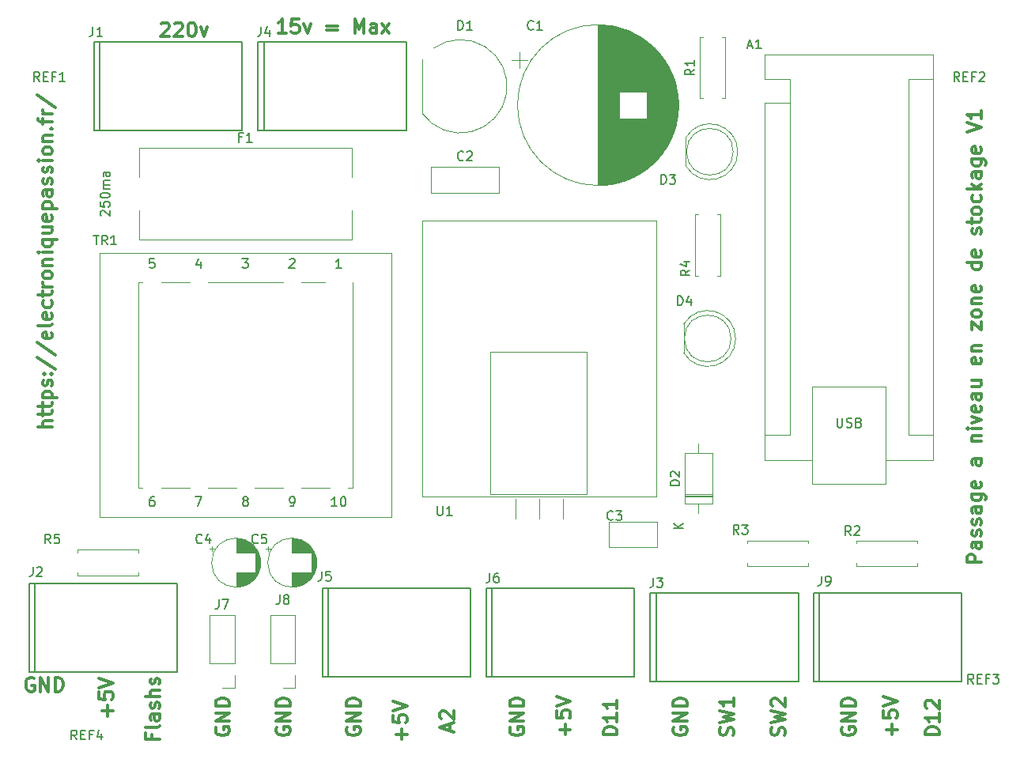
<source format=gbr>
%TF.GenerationSoftware,KiCad,Pcbnew,7.0.9*%
%TF.CreationDate,2024-01-24T18:52:35+01:00*%
%TF.ProjectId,Kicad_Passage_A_niveau_Stockage,4b696361-645f-4506-9173-736167655f41,rev?*%
%TF.SameCoordinates,Original*%
%TF.FileFunction,Legend,Top*%
%TF.FilePolarity,Positive*%
%FSLAX46Y46*%
G04 Gerber Fmt 4.6, Leading zero omitted, Abs format (unit mm)*
G04 Created by KiCad (PCBNEW 7.0.9) date 2024-01-24 18:52:35*
%MOMM*%
%LPD*%
G01*
G04 APERTURE LIST*
%ADD10C,0.300000*%
%ADD11C,0.150000*%
%ADD12C,0.120000*%
%ADD13C,0.127000*%
G04 APERTURE END LIST*
D10*
X68697828Y-74671489D02*
X67197828Y-74671489D01*
X68697828Y-74028632D02*
X67912114Y-74028632D01*
X67912114Y-74028632D02*
X67769257Y-74100060D01*
X67769257Y-74100060D02*
X67697828Y-74242917D01*
X67697828Y-74242917D02*
X67697828Y-74457203D01*
X67697828Y-74457203D02*
X67769257Y-74600060D01*
X67769257Y-74600060D02*
X67840685Y-74671489D01*
X67697828Y-73528631D02*
X67697828Y-72957203D01*
X67197828Y-73314346D02*
X68483542Y-73314346D01*
X68483542Y-73314346D02*
X68626400Y-73242917D01*
X68626400Y-73242917D02*
X68697828Y-73100060D01*
X68697828Y-73100060D02*
X68697828Y-72957203D01*
X67697828Y-72671488D02*
X67697828Y-72100060D01*
X67197828Y-72457203D02*
X68483542Y-72457203D01*
X68483542Y-72457203D02*
X68626400Y-72385774D01*
X68626400Y-72385774D02*
X68697828Y-72242917D01*
X68697828Y-72242917D02*
X68697828Y-72100060D01*
X67697828Y-71600060D02*
X69197828Y-71600060D01*
X67769257Y-71600060D02*
X67697828Y-71457203D01*
X67697828Y-71457203D02*
X67697828Y-71171488D01*
X67697828Y-71171488D02*
X67769257Y-71028631D01*
X67769257Y-71028631D02*
X67840685Y-70957203D01*
X67840685Y-70957203D02*
X67983542Y-70885774D01*
X67983542Y-70885774D02*
X68412114Y-70885774D01*
X68412114Y-70885774D02*
X68554971Y-70957203D01*
X68554971Y-70957203D02*
X68626400Y-71028631D01*
X68626400Y-71028631D02*
X68697828Y-71171488D01*
X68697828Y-71171488D02*
X68697828Y-71457203D01*
X68697828Y-71457203D02*
X68626400Y-71600060D01*
X68626400Y-70314345D02*
X68697828Y-70171488D01*
X68697828Y-70171488D02*
X68697828Y-69885774D01*
X68697828Y-69885774D02*
X68626400Y-69742917D01*
X68626400Y-69742917D02*
X68483542Y-69671488D01*
X68483542Y-69671488D02*
X68412114Y-69671488D01*
X68412114Y-69671488D02*
X68269257Y-69742917D01*
X68269257Y-69742917D02*
X68197828Y-69885774D01*
X68197828Y-69885774D02*
X68197828Y-70100060D01*
X68197828Y-70100060D02*
X68126400Y-70242917D01*
X68126400Y-70242917D02*
X67983542Y-70314345D01*
X67983542Y-70314345D02*
X67912114Y-70314345D01*
X67912114Y-70314345D02*
X67769257Y-70242917D01*
X67769257Y-70242917D02*
X67697828Y-70100060D01*
X67697828Y-70100060D02*
X67697828Y-69885774D01*
X67697828Y-69885774D02*
X67769257Y-69742917D01*
X68554971Y-69028631D02*
X68626400Y-68957202D01*
X68626400Y-68957202D02*
X68697828Y-69028631D01*
X68697828Y-69028631D02*
X68626400Y-69100059D01*
X68626400Y-69100059D02*
X68554971Y-69028631D01*
X68554971Y-69028631D02*
X68697828Y-69028631D01*
X67769257Y-69028631D02*
X67840685Y-68957202D01*
X67840685Y-68957202D02*
X67912114Y-69028631D01*
X67912114Y-69028631D02*
X67840685Y-69100059D01*
X67840685Y-69100059D02*
X67769257Y-69028631D01*
X67769257Y-69028631D02*
X67912114Y-69028631D01*
X67126400Y-67242916D02*
X69054971Y-68528630D01*
X67126400Y-65671487D02*
X69054971Y-66957201D01*
X68626400Y-64600058D02*
X68697828Y-64742915D01*
X68697828Y-64742915D02*
X68697828Y-65028630D01*
X68697828Y-65028630D02*
X68626400Y-65171487D01*
X68626400Y-65171487D02*
X68483542Y-65242915D01*
X68483542Y-65242915D02*
X67912114Y-65242915D01*
X67912114Y-65242915D02*
X67769257Y-65171487D01*
X67769257Y-65171487D02*
X67697828Y-65028630D01*
X67697828Y-65028630D02*
X67697828Y-64742915D01*
X67697828Y-64742915D02*
X67769257Y-64600058D01*
X67769257Y-64600058D02*
X67912114Y-64528630D01*
X67912114Y-64528630D02*
X68054971Y-64528630D01*
X68054971Y-64528630D02*
X68197828Y-65242915D01*
X68697828Y-63671487D02*
X68626400Y-63814344D01*
X68626400Y-63814344D02*
X68483542Y-63885773D01*
X68483542Y-63885773D02*
X67197828Y-63885773D01*
X68626400Y-62528630D02*
X68697828Y-62671487D01*
X68697828Y-62671487D02*
X68697828Y-62957202D01*
X68697828Y-62957202D02*
X68626400Y-63100059D01*
X68626400Y-63100059D02*
X68483542Y-63171487D01*
X68483542Y-63171487D02*
X67912114Y-63171487D01*
X67912114Y-63171487D02*
X67769257Y-63100059D01*
X67769257Y-63100059D02*
X67697828Y-62957202D01*
X67697828Y-62957202D02*
X67697828Y-62671487D01*
X67697828Y-62671487D02*
X67769257Y-62528630D01*
X67769257Y-62528630D02*
X67912114Y-62457202D01*
X67912114Y-62457202D02*
X68054971Y-62457202D01*
X68054971Y-62457202D02*
X68197828Y-63171487D01*
X68626400Y-61171488D02*
X68697828Y-61314345D01*
X68697828Y-61314345D02*
X68697828Y-61600059D01*
X68697828Y-61600059D02*
X68626400Y-61742916D01*
X68626400Y-61742916D02*
X68554971Y-61814345D01*
X68554971Y-61814345D02*
X68412114Y-61885773D01*
X68412114Y-61885773D02*
X67983542Y-61885773D01*
X67983542Y-61885773D02*
X67840685Y-61814345D01*
X67840685Y-61814345D02*
X67769257Y-61742916D01*
X67769257Y-61742916D02*
X67697828Y-61600059D01*
X67697828Y-61600059D02*
X67697828Y-61314345D01*
X67697828Y-61314345D02*
X67769257Y-61171488D01*
X67697828Y-60742916D02*
X67697828Y-60171488D01*
X67197828Y-60528631D02*
X68483542Y-60528631D01*
X68483542Y-60528631D02*
X68626400Y-60457202D01*
X68626400Y-60457202D02*
X68697828Y-60314345D01*
X68697828Y-60314345D02*
X68697828Y-60171488D01*
X68697828Y-59671488D02*
X67697828Y-59671488D01*
X67983542Y-59671488D02*
X67840685Y-59600059D01*
X67840685Y-59600059D02*
X67769257Y-59528631D01*
X67769257Y-59528631D02*
X67697828Y-59385773D01*
X67697828Y-59385773D02*
X67697828Y-59242916D01*
X68697828Y-58528631D02*
X68626400Y-58671488D01*
X68626400Y-58671488D02*
X68554971Y-58742917D01*
X68554971Y-58742917D02*
X68412114Y-58814345D01*
X68412114Y-58814345D02*
X67983542Y-58814345D01*
X67983542Y-58814345D02*
X67840685Y-58742917D01*
X67840685Y-58742917D02*
X67769257Y-58671488D01*
X67769257Y-58671488D02*
X67697828Y-58528631D01*
X67697828Y-58528631D02*
X67697828Y-58314345D01*
X67697828Y-58314345D02*
X67769257Y-58171488D01*
X67769257Y-58171488D02*
X67840685Y-58100060D01*
X67840685Y-58100060D02*
X67983542Y-58028631D01*
X67983542Y-58028631D02*
X68412114Y-58028631D01*
X68412114Y-58028631D02*
X68554971Y-58100060D01*
X68554971Y-58100060D02*
X68626400Y-58171488D01*
X68626400Y-58171488D02*
X68697828Y-58314345D01*
X68697828Y-58314345D02*
X68697828Y-58528631D01*
X67697828Y-57385774D02*
X68697828Y-57385774D01*
X67840685Y-57385774D02*
X67769257Y-57314345D01*
X67769257Y-57314345D02*
X67697828Y-57171488D01*
X67697828Y-57171488D02*
X67697828Y-56957202D01*
X67697828Y-56957202D02*
X67769257Y-56814345D01*
X67769257Y-56814345D02*
X67912114Y-56742917D01*
X67912114Y-56742917D02*
X68697828Y-56742917D01*
X68697828Y-56028631D02*
X67697828Y-56028631D01*
X67197828Y-56028631D02*
X67269257Y-56100059D01*
X67269257Y-56100059D02*
X67340685Y-56028631D01*
X67340685Y-56028631D02*
X67269257Y-55957202D01*
X67269257Y-55957202D02*
X67197828Y-56028631D01*
X67197828Y-56028631D02*
X67340685Y-56028631D01*
X67697828Y-54671488D02*
X69197828Y-54671488D01*
X68626400Y-54671488D02*
X68697828Y-54814345D01*
X68697828Y-54814345D02*
X68697828Y-55100059D01*
X68697828Y-55100059D02*
X68626400Y-55242916D01*
X68626400Y-55242916D02*
X68554971Y-55314345D01*
X68554971Y-55314345D02*
X68412114Y-55385773D01*
X68412114Y-55385773D02*
X67983542Y-55385773D01*
X67983542Y-55385773D02*
X67840685Y-55314345D01*
X67840685Y-55314345D02*
X67769257Y-55242916D01*
X67769257Y-55242916D02*
X67697828Y-55100059D01*
X67697828Y-55100059D02*
X67697828Y-54814345D01*
X67697828Y-54814345D02*
X67769257Y-54671488D01*
X67697828Y-53314345D02*
X68697828Y-53314345D01*
X67697828Y-53957202D02*
X68483542Y-53957202D01*
X68483542Y-53957202D02*
X68626400Y-53885773D01*
X68626400Y-53885773D02*
X68697828Y-53742916D01*
X68697828Y-53742916D02*
X68697828Y-53528630D01*
X68697828Y-53528630D02*
X68626400Y-53385773D01*
X68626400Y-53385773D02*
X68554971Y-53314345D01*
X68626400Y-52028630D02*
X68697828Y-52171487D01*
X68697828Y-52171487D02*
X68697828Y-52457202D01*
X68697828Y-52457202D02*
X68626400Y-52600059D01*
X68626400Y-52600059D02*
X68483542Y-52671487D01*
X68483542Y-52671487D02*
X67912114Y-52671487D01*
X67912114Y-52671487D02*
X67769257Y-52600059D01*
X67769257Y-52600059D02*
X67697828Y-52457202D01*
X67697828Y-52457202D02*
X67697828Y-52171487D01*
X67697828Y-52171487D02*
X67769257Y-52028630D01*
X67769257Y-52028630D02*
X67912114Y-51957202D01*
X67912114Y-51957202D02*
X68054971Y-51957202D01*
X68054971Y-51957202D02*
X68197828Y-52671487D01*
X67697828Y-51314345D02*
X69197828Y-51314345D01*
X67769257Y-51314345D02*
X67697828Y-51171488D01*
X67697828Y-51171488D02*
X67697828Y-50885773D01*
X67697828Y-50885773D02*
X67769257Y-50742916D01*
X67769257Y-50742916D02*
X67840685Y-50671488D01*
X67840685Y-50671488D02*
X67983542Y-50600059D01*
X67983542Y-50600059D02*
X68412114Y-50600059D01*
X68412114Y-50600059D02*
X68554971Y-50671488D01*
X68554971Y-50671488D02*
X68626400Y-50742916D01*
X68626400Y-50742916D02*
X68697828Y-50885773D01*
X68697828Y-50885773D02*
X68697828Y-51171488D01*
X68697828Y-51171488D02*
X68626400Y-51314345D01*
X68697828Y-49314345D02*
X67912114Y-49314345D01*
X67912114Y-49314345D02*
X67769257Y-49385773D01*
X67769257Y-49385773D02*
X67697828Y-49528630D01*
X67697828Y-49528630D02*
X67697828Y-49814345D01*
X67697828Y-49814345D02*
X67769257Y-49957202D01*
X68626400Y-49314345D02*
X68697828Y-49457202D01*
X68697828Y-49457202D02*
X68697828Y-49814345D01*
X68697828Y-49814345D02*
X68626400Y-49957202D01*
X68626400Y-49957202D02*
X68483542Y-50028630D01*
X68483542Y-50028630D02*
X68340685Y-50028630D01*
X68340685Y-50028630D02*
X68197828Y-49957202D01*
X68197828Y-49957202D02*
X68126400Y-49814345D01*
X68126400Y-49814345D02*
X68126400Y-49457202D01*
X68126400Y-49457202D02*
X68054971Y-49314345D01*
X68626400Y-48671487D02*
X68697828Y-48528630D01*
X68697828Y-48528630D02*
X68697828Y-48242916D01*
X68697828Y-48242916D02*
X68626400Y-48100059D01*
X68626400Y-48100059D02*
X68483542Y-48028630D01*
X68483542Y-48028630D02*
X68412114Y-48028630D01*
X68412114Y-48028630D02*
X68269257Y-48100059D01*
X68269257Y-48100059D02*
X68197828Y-48242916D01*
X68197828Y-48242916D02*
X68197828Y-48457202D01*
X68197828Y-48457202D02*
X68126400Y-48600059D01*
X68126400Y-48600059D02*
X67983542Y-48671487D01*
X67983542Y-48671487D02*
X67912114Y-48671487D01*
X67912114Y-48671487D02*
X67769257Y-48600059D01*
X67769257Y-48600059D02*
X67697828Y-48457202D01*
X67697828Y-48457202D02*
X67697828Y-48242916D01*
X67697828Y-48242916D02*
X67769257Y-48100059D01*
X68626400Y-47457201D02*
X68697828Y-47314344D01*
X68697828Y-47314344D02*
X68697828Y-47028630D01*
X68697828Y-47028630D02*
X68626400Y-46885773D01*
X68626400Y-46885773D02*
X68483542Y-46814344D01*
X68483542Y-46814344D02*
X68412114Y-46814344D01*
X68412114Y-46814344D02*
X68269257Y-46885773D01*
X68269257Y-46885773D02*
X68197828Y-47028630D01*
X68197828Y-47028630D02*
X68197828Y-47242916D01*
X68197828Y-47242916D02*
X68126400Y-47385773D01*
X68126400Y-47385773D02*
X67983542Y-47457201D01*
X67983542Y-47457201D02*
X67912114Y-47457201D01*
X67912114Y-47457201D02*
X67769257Y-47385773D01*
X67769257Y-47385773D02*
X67697828Y-47242916D01*
X67697828Y-47242916D02*
X67697828Y-47028630D01*
X67697828Y-47028630D02*
X67769257Y-46885773D01*
X68697828Y-46171487D02*
X67697828Y-46171487D01*
X67197828Y-46171487D02*
X67269257Y-46242915D01*
X67269257Y-46242915D02*
X67340685Y-46171487D01*
X67340685Y-46171487D02*
X67269257Y-46100058D01*
X67269257Y-46100058D02*
X67197828Y-46171487D01*
X67197828Y-46171487D02*
X67340685Y-46171487D01*
X68697828Y-45242915D02*
X68626400Y-45385772D01*
X68626400Y-45385772D02*
X68554971Y-45457201D01*
X68554971Y-45457201D02*
X68412114Y-45528629D01*
X68412114Y-45528629D02*
X67983542Y-45528629D01*
X67983542Y-45528629D02*
X67840685Y-45457201D01*
X67840685Y-45457201D02*
X67769257Y-45385772D01*
X67769257Y-45385772D02*
X67697828Y-45242915D01*
X67697828Y-45242915D02*
X67697828Y-45028629D01*
X67697828Y-45028629D02*
X67769257Y-44885772D01*
X67769257Y-44885772D02*
X67840685Y-44814344D01*
X67840685Y-44814344D02*
X67983542Y-44742915D01*
X67983542Y-44742915D02*
X68412114Y-44742915D01*
X68412114Y-44742915D02*
X68554971Y-44814344D01*
X68554971Y-44814344D02*
X68626400Y-44885772D01*
X68626400Y-44885772D02*
X68697828Y-45028629D01*
X68697828Y-45028629D02*
X68697828Y-45242915D01*
X67697828Y-44100058D02*
X68697828Y-44100058D01*
X67840685Y-44100058D02*
X67769257Y-44028629D01*
X67769257Y-44028629D02*
X67697828Y-43885772D01*
X67697828Y-43885772D02*
X67697828Y-43671486D01*
X67697828Y-43671486D02*
X67769257Y-43528629D01*
X67769257Y-43528629D02*
X67912114Y-43457201D01*
X67912114Y-43457201D02*
X68697828Y-43457201D01*
X68554971Y-42742915D02*
X68626400Y-42671486D01*
X68626400Y-42671486D02*
X68697828Y-42742915D01*
X68697828Y-42742915D02*
X68626400Y-42814343D01*
X68626400Y-42814343D02*
X68554971Y-42742915D01*
X68554971Y-42742915D02*
X68697828Y-42742915D01*
X67697828Y-42242914D02*
X67697828Y-41671486D01*
X68697828Y-42028629D02*
X67412114Y-42028629D01*
X67412114Y-42028629D02*
X67269257Y-41957200D01*
X67269257Y-41957200D02*
X67197828Y-41814343D01*
X67197828Y-41814343D02*
X67197828Y-41671486D01*
X68697828Y-41171486D02*
X67697828Y-41171486D01*
X67983542Y-41171486D02*
X67840685Y-41100057D01*
X67840685Y-41100057D02*
X67769257Y-41028629D01*
X67769257Y-41028629D02*
X67697828Y-40885771D01*
X67697828Y-40885771D02*
X67697828Y-40742914D01*
X67126400Y-39171486D02*
X69054971Y-40457200D01*
X163697828Y-107671489D02*
X162197828Y-107671489D01*
X162197828Y-107671489D02*
X162197828Y-107314346D01*
X162197828Y-107314346D02*
X162269257Y-107100060D01*
X162269257Y-107100060D02*
X162412114Y-106957203D01*
X162412114Y-106957203D02*
X162554971Y-106885774D01*
X162554971Y-106885774D02*
X162840685Y-106814346D01*
X162840685Y-106814346D02*
X163054971Y-106814346D01*
X163054971Y-106814346D02*
X163340685Y-106885774D01*
X163340685Y-106885774D02*
X163483542Y-106957203D01*
X163483542Y-106957203D02*
X163626400Y-107100060D01*
X163626400Y-107100060D02*
X163697828Y-107314346D01*
X163697828Y-107314346D02*
X163697828Y-107671489D01*
X163697828Y-105385774D02*
X163697828Y-106242917D01*
X163697828Y-105814346D02*
X162197828Y-105814346D01*
X162197828Y-105814346D02*
X162412114Y-105957203D01*
X162412114Y-105957203D02*
X162554971Y-106100060D01*
X162554971Y-106100060D02*
X162626400Y-106242917D01*
X162340685Y-104814346D02*
X162269257Y-104742918D01*
X162269257Y-104742918D02*
X162197828Y-104600061D01*
X162197828Y-104600061D02*
X162197828Y-104242918D01*
X162197828Y-104242918D02*
X162269257Y-104100061D01*
X162269257Y-104100061D02*
X162340685Y-104028632D01*
X162340685Y-104028632D02*
X162483542Y-103957203D01*
X162483542Y-103957203D02*
X162626400Y-103957203D01*
X162626400Y-103957203D02*
X162840685Y-104028632D01*
X162840685Y-104028632D02*
X163697828Y-104885775D01*
X163697828Y-104885775D02*
X163697828Y-103957203D01*
X129197828Y-107671489D02*
X127697828Y-107671489D01*
X127697828Y-107671489D02*
X127697828Y-107314346D01*
X127697828Y-107314346D02*
X127769257Y-107100060D01*
X127769257Y-107100060D02*
X127912114Y-106957203D01*
X127912114Y-106957203D02*
X128054971Y-106885774D01*
X128054971Y-106885774D02*
X128340685Y-106814346D01*
X128340685Y-106814346D02*
X128554971Y-106814346D01*
X128554971Y-106814346D02*
X128840685Y-106885774D01*
X128840685Y-106885774D02*
X128983542Y-106957203D01*
X128983542Y-106957203D02*
X129126400Y-107100060D01*
X129126400Y-107100060D02*
X129197828Y-107314346D01*
X129197828Y-107314346D02*
X129197828Y-107671489D01*
X129197828Y-105385774D02*
X129197828Y-106242917D01*
X129197828Y-105814346D02*
X127697828Y-105814346D01*
X127697828Y-105814346D02*
X127912114Y-105957203D01*
X127912114Y-105957203D02*
X128054971Y-106100060D01*
X128054971Y-106100060D02*
X128126400Y-106242917D01*
X129197828Y-103957203D02*
X129197828Y-104814346D01*
X129197828Y-104385775D02*
X127697828Y-104385775D01*
X127697828Y-104385775D02*
X127912114Y-104528632D01*
X127912114Y-104528632D02*
X128054971Y-104671489D01*
X128054971Y-104671489D02*
X128126400Y-104814346D01*
X74626400Y-105671489D02*
X74626400Y-104528632D01*
X75197828Y-105100060D02*
X74054971Y-105100060D01*
X73697828Y-103100060D02*
X73697828Y-103814346D01*
X73697828Y-103814346D02*
X74412114Y-103885774D01*
X74412114Y-103885774D02*
X74340685Y-103814346D01*
X74340685Y-103814346D02*
X74269257Y-103671489D01*
X74269257Y-103671489D02*
X74269257Y-103314346D01*
X74269257Y-103314346D02*
X74340685Y-103171489D01*
X74340685Y-103171489D02*
X74412114Y-103100060D01*
X74412114Y-103100060D02*
X74554971Y-103028631D01*
X74554971Y-103028631D02*
X74912114Y-103028631D01*
X74912114Y-103028631D02*
X75054971Y-103100060D01*
X75054971Y-103100060D02*
X75126400Y-103171489D01*
X75126400Y-103171489D02*
X75197828Y-103314346D01*
X75197828Y-103314346D02*
X75197828Y-103671489D01*
X75197828Y-103671489D02*
X75126400Y-103814346D01*
X75126400Y-103814346D02*
X75054971Y-103885774D01*
X73697828Y-102600060D02*
X75197828Y-102100060D01*
X75197828Y-102100060D02*
X73697828Y-101600060D01*
X106126400Y-108171489D02*
X106126400Y-107028632D01*
X106697828Y-107600060D02*
X105554971Y-107600060D01*
X105197828Y-105600060D02*
X105197828Y-106314346D01*
X105197828Y-106314346D02*
X105912114Y-106385774D01*
X105912114Y-106385774D02*
X105840685Y-106314346D01*
X105840685Y-106314346D02*
X105769257Y-106171489D01*
X105769257Y-106171489D02*
X105769257Y-105814346D01*
X105769257Y-105814346D02*
X105840685Y-105671489D01*
X105840685Y-105671489D02*
X105912114Y-105600060D01*
X105912114Y-105600060D02*
X106054971Y-105528631D01*
X106054971Y-105528631D02*
X106412114Y-105528631D01*
X106412114Y-105528631D02*
X106554971Y-105600060D01*
X106554971Y-105600060D02*
X106626400Y-105671489D01*
X106626400Y-105671489D02*
X106697828Y-105814346D01*
X106697828Y-105814346D02*
X106697828Y-106171489D01*
X106697828Y-106171489D02*
X106626400Y-106314346D01*
X106626400Y-106314346D02*
X106554971Y-106385774D01*
X105197828Y-105100060D02*
X106697828Y-104600060D01*
X106697828Y-104600060D02*
X105197828Y-104100060D01*
X141626400Y-107742917D02*
X141697828Y-107528632D01*
X141697828Y-107528632D02*
X141697828Y-107171489D01*
X141697828Y-107171489D02*
X141626400Y-107028632D01*
X141626400Y-107028632D02*
X141554971Y-106957203D01*
X141554971Y-106957203D02*
X141412114Y-106885774D01*
X141412114Y-106885774D02*
X141269257Y-106885774D01*
X141269257Y-106885774D02*
X141126400Y-106957203D01*
X141126400Y-106957203D02*
X141054971Y-107028632D01*
X141054971Y-107028632D02*
X140983542Y-107171489D01*
X140983542Y-107171489D02*
X140912114Y-107457203D01*
X140912114Y-107457203D02*
X140840685Y-107600060D01*
X140840685Y-107600060D02*
X140769257Y-107671489D01*
X140769257Y-107671489D02*
X140626400Y-107742917D01*
X140626400Y-107742917D02*
X140483542Y-107742917D01*
X140483542Y-107742917D02*
X140340685Y-107671489D01*
X140340685Y-107671489D02*
X140269257Y-107600060D01*
X140269257Y-107600060D02*
X140197828Y-107457203D01*
X140197828Y-107457203D02*
X140197828Y-107100060D01*
X140197828Y-107100060D02*
X140269257Y-106885774D01*
X140197828Y-106385775D02*
X141697828Y-106028632D01*
X141697828Y-106028632D02*
X140626400Y-105742918D01*
X140626400Y-105742918D02*
X141697828Y-105457203D01*
X141697828Y-105457203D02*
X140197828Y-105100061D01*
X141697828Y-103742917D02*
X141697828Y-104600060D01*
X141697828Y-104171489D02*
X140197828Y-104171489D01*
X140197828Y-104171489D02*
X140412114Y-104314346D01*
X140412114Y-104314346D02*
X140554971Y-104457203D01*
X140554971Y-104457203D02*
X140626400Y-104600060D01*
X158626400Y-107671489D02*
X158626400Y-106528632D01*
X159197828Y-107100060D02*
X158054971Y-107100060D01*
X157697828Y-105100060D02*
X157697828Y-105814346D01*
X157697828Y-105814346D02*
X158412114Y-105885774D01*
X158412114Y-105885774D02*
X158340685Y-105814346D01*
X158340685Y-105814346D02*
X158269257Y-105671489D01*
X158269257Y-105671489D02*
X158269257Y-105314346D01*
X158269257Y-105314346D02*
X158340685Y-105171489D01*
X158340685Y-105171489D02*
X158412114Y-105100060D01*
X158412114Y-105100060D02*
X158554971Y-105028631D01*
X158554971Y-105028631D02*
X158912114Y-105028631D01*
X158912114Y-105028631D02*
X159054971Y-105100060D01*
X159054971Y-105100060D02*
X159126400Y-105171489D01*
X159126400Y-105171489D02*
X159197828Y-105314346D01*
X159197828Y-105314346D02*
X159197828Y-105671489D01*
X159197828Y-105671489D02*
X159126400Y-105814346D01*
X159126400Y-105814346D02*
X159054971Y-105885774D01*
X157697828Y-104600060D02*
X159197828Y-104100060D01*
X159197828Y-104100060D02*
X157697828Y-103600060D01*
X117769257Y-106885774D02*
X117697828Y-107028632D01*
X117697828Y-107028632D02*
X117697828Y-107242917D01*
X117697828Y-107242917D02*
X117769257Y-107457203D01*
X117769257Y-107457203D02*
X117912114Y-107600060D01*
X117912114Y-107600060D02*
X118054971Y-107671489D01*
X118054971Y-107671489D02*
X118340685Y-107742917D01*
X118340685Y-107742917D02*
X118554971Y-107742917D01*
X118554971Y-107742917D02*
X118840685Y-107671489D01*
X118840685Y-107671489D02*
X118983542Y-107600060D01*
X118983542Y-107600060D02*
X119126400Y-107457203D01*
X119126400Y-107457203D02*
X119197828Y-107242917D01*
X119197828Y-107242917D02*
X119197828Y-107100060D01*
X119197828Y-107100060D02*
X119126400Y-106885774D01*
X119126400Y-106885774D02*
X119054971Y-106814346D01*
X119054971Y-106814346D02*
X118554971Y-106814346D01*
X118554971Y-106814346D02*
X118554971Y-107100060D01*
X119197828Y-106171489D02*
X117697828Y-106171489D01*
X117697828Y-106171489D02*
X119197828Y-105314346D01*
X119197828Y-105314346D02*
X117697828Y-105314346D01*
X119197828Y-104600060D02*
X117697828Y-104600060D01*
X117697828Y-104600060D02*
X117697828Y-104242917D01*
X117697828Y-104242917D02*
X117769257Y-104028631D01*
X117769257Y-104028631D02*
X117912114Y-103885774D01*
X117912114Y-103885774D02*
X118054971Y-103814345D01*
X118054971Y-103814345D02*
X118340685Y-103742917D01*
X118340685Y-103742917D02*
X118554971Y-103742917D01*
X118554971Y-103742917D02*
X118840685Y-103814345D01*
X118840685Y-103814345D02*
X118983542Y-103885774D01*
X118983542Y-103885774D02*
X119126400Y-104028631D01*
X119126400Y-104028631D02*
X119197828Y-104242917D01*
X119197828Y-104242917D02*
X119197828Y-104600060D01*
X92769257Y-106885774D02*
X92697828Y-107028632D01*
X92697828Y-107028632D02*
X92697828Y-107242917D01*
X92697828Y-107242917D02*
X92769257Y-107457203D01*
X92769257Y-107457203D02*
X92912114Y-107600060D01*
X92912114Y-107600060D02*
X93054971Y-107671489D01*
X93054971Y-107671489D02*
X93340685Y-107742917D01*
X93340685Y-107742917D02*
X93554971Y-107742917D01*
X93554971Y-107742917D02*
X93840685Y-107671489D01*
X93840685Y-107671489D02*
X93983542Y-107600060D01*
X93983542Y-107600060D02*
X94126400Y-107457203D01*
X94126400Y-107457203D02*
X94197828Y-107242917D01*
X94197828Y-107242917D02*
X94197828Y-107100060D01*
X94197828Y-107100060D02*
X94126400Y-106885774D01*
X94126400Y-106885774D02*
X94054971Y-106814346D01*
X94054971Y-106814346D02*
X93554971Y-106814346D01*
X93554971Y-106814346D02*
X93554971Y-107100060D01*
X94197828Y-106171489D02*
X92697828Y-106171489D01*
X92697828Y-106171489D02*
X94197828Y-105314346D01*
X94197828Y-105314346D02*
X92697828Y-105314346D01*
X94197828Y-104600060D02*
X92697828Y-104600060D01*
X92697828Y-104600060D02*
X92697828Y-104242917D01*
X92697828Y-104242917D02*
X92769257Y-104028631D01*
X92769257Y-104028631D02*
X92912114Y-103885774D01*
X92912114Y-103885774D02*
X93054971Y-103814345D01*
X93054971Y-103814345D02*
X93340685Y-103742917D01*
X93340685Y-103742917D02*
X93554971Y-103742917D01*
X93554971Y-103742917D02*
X93840685Y-103814345D01*
X93840685Y-103814345D02*
X93983542Y-103885774D01*
X93983542Y-103885774D02*
X94126400Y-104028631D01*
X94126400Y-104028631D02*
X94197828Y-104242917D01*
X94197828Y-104242917D02*
X94197828Y-104600060D01*
X168197828Y-89171489D02*
X166697828Y-89171489D01*
X166697828Y-89171489D02*
X166697828Y-88600060D01*
X166697828Y-88600060D02*
X166769257Y-88457203D01*
X166769257Y-88457203D02*
X166840685Y-88385774D01*
X166840685Y-88385774D02*
X166983542Y-88314346D01*
X166983542Y-88314346D02*
X167197828Y-88314346D01*
X167197828Y-88314346D02*
X167340685Y-88385774D01*
X167340685Y-88385774D02*
X167412114Y-88457203D01*
X167412114Y-88457203D02*
X167483542Y-88600060D01*
X167483542Y-88600060D02*
X167483542Y-89171489D01*
X168197828Y-87028632D02*
X167412114Y-87028632D01*
X167412114Y-87028632D02*
X167269257Y-87100060D01*
X167269257Y-87100060D02*
X167197828Y-87242917D01*
X167197828Y-87242917D02*
X167197828Y-87528632D01*
X167197828Y-87528632D02*
X167269257Y-87671489D01*
X168126400Y-87028632D02*
X168197828Y-87171489D01*
X168197828Y-87171489D02*
X168197828Y-87528632D01*
X168197828Y-87528632D02*
X168126400Y-87671489D01*
X168126400Y-87671489D02*
X167983542Y-87742917D01*
X167983542Y-87742917D02*
X167840685Y-87742917D01*
X167840685Y-87742917D02*
X167697828Y-87671489D01*
X167697828Y-87671489D02*
X167626400Y-87528632D01*
X167626400Y-87528632D02*
X167626400Y-87171489D01*
X167626400Y-87171489D02*
X167554971Y-87028632D01*
X168126400Y-86385774D02*
X168197828Y-86242917D01*
X168197828Y-86242917D02*
X168197828Y-85957203D01*
X168197828Y-85957203D02*
X168126400Y-85814346D01*
X168126400Y-85814346D02*
X167983542Y-85742917D01*
X167983542Y-85742917D02*
X167912114Y-85742917D01*
X167912114Y-85742917D02*
X167769257Y-85814346D01*
X167769257Y-85814346D02*
X167697828Y-85957203D01*
X167697828Y-85957203D02*
X167697828Y-86171489D01*
X167697828Y-86171489D02*
X167626400Y-86314346D01*
X167626400Y-86314346D02*
X167483542Y-86385774D01*
X167483542Y-86385774D02*
X167412114Y-86385774D01*
X167412114Y-86385774D02*
X167269257Y-86314346D01*
X167269257Y-86314346D02*
X167197828Y-86171489D01*
X167197828Y-86171489D02*
X167197828Y-85957203D01*
X167197828Y-85957203D02*
X167269257Y-85814346D01*
X168126400Y-85171488D02*
X168197828Y-85028631D01*
X168197828Y-85028631D02*
X168197828Y-84742917D01*
X168197828Y-84742917D02*
X168126400Y-84600060D01*
X168126400Y-84600060D02*
X167983542Y-84528631D01*
X167983542Y-84528631D02*
X167912114Y-84528631D01*
X167912114Y-84528631D02*
X167769257Y-84600060D01*
X167769257Y-84600060D02*
X167697828Y-84742917D01*
X167697828Y-84742917D02*
X167697828Y-84957203D01*
X167697828Y-84957203D02*
X167626400Y-85100060D01*
X167626400Y-85100060D02*
X167483542Y-85171488D01*
X167483542Y-85171488D02*
X167412114Y-85171488D01*
X167412114Y-85171488D02*
X167269257Y-85100060D01*
X167269257Y-85100060D02*
X167197828Y-84957203D01*
X167197828Y-84957203D02*
X167197828Y-84742917D01*
X167197828Y-84742917D02*
X167269257Y-84600060D01*
X168197828Y-83242917D02*
X167412114Y-83242917D01*
X167412114Y-83242917D02*
X167269257Y-83314345D01*
X167269257Y-83314345D02*
X167197828Y-83457202D01*
X167197828Y-83457202D02*
X167197828Y-83742917D01*
X167197828Y-83742917D02*
X167269257Y-83885774D01*
X168126400Y-83242917D02*
X168197828Y-83385774D01*
X168197828Y-83385774D02*
X168197828Y-83742917D01*
X168197828Y-83742917D02*
X168126400Y-83885774D01*
X168126400Y-83885774D02*
X167983542Y-83957202D01*
X167983542Y-83957202D02*
X167840685Y-83957202D01*
X167840685Y-83957202D02*
X167697828Y-83885774D01*
X167697828Y-83885774D02*
X167626400Y-83742917D01*
X167626400Y-83742917D02*
X167626400Y-83385774D01*
X167626400Y-83385774D02*
X167554971Y-83242917D01*
X167197828Y-81885774D02*
X168412114Y-81885774D01*
X168412114Y-81885774D02*
X168554971Y-81957202D01*
X168554971Y-81957202D02*
X168626400Y-82028631D01*
X168626400Y-82028631D02*
X168697828Y-82171488D01*
X168697828Y-82171488D02*
X168697828Y-82385774D01*
X168697828Y-82385774D02*
X168626400Y-82528631D01*
X168126400Y-81885774D02*
X168197828Y-82028631D01*
X168197828Y-82028631D02*
X168197828Y-82314345D01*
X168197828Y-82314345D02*
X168126400Y-82457202D01*
X168126400Y-82457202D02*
X168054971Y-82528631D01*
X168054971Y-82528631D02*
X167912114Y-82600059D01*
X167912114Y-82600059D02*
X167483542Y-82600059D01*
X167483542Y-82600059D02*
X167340685Y-82528631D01*
X167340685Y-82528631D02*
X167269257Y-82457202D01*
X167269257Y-82457202D02*
X167197828Y-82314345D01*
X167197828Y-82314345D02*
X167197828Y-82028631D01*
X167197828Y-82028631D02*
X167269257Y-81885774D01*
X168126400Y-80600059D02*
X168197828Y-80742916D01*
X168197828Y-80742916D02*
X168197828Y-81028631D01*
X168197828Y-81028631D02*
X168126400Y-81171488D01*
X168126400Y-81171488D02*
X167983542Y-81242916D01*
X167983542Y-81242916D02*
X167412114Y-81242916D01*
X167412114Y-81242916D02*
X167269257Y-81171488D01*
X167269257Y-81171488D02*
X167197828Y-81028631D01*
X167197828Y-81028631D02*
X167197828Y-80742916D01*
X167197828Y-80742916D02*
X167269257Y-80600059D01*
X167269257Y-80600059D02*
X167412114Y-80528631D01*
X167412114Y-80528631D02*
X167554971Y-80528631D01*
X167554971Y-80528631D02*
X167697828Y-81242916D01*
X168197828Y-78100060D02*
X167412114Y-78100060D01*
X167412114Y-78100060D02*
X167269257Y-78171488D01*
X167269257Y-78171488D02*
X167197828Y-78314345D01*
X167197828Y-78314345D02*
X167197828Y-78600060D01*
X167197828Y-78600060D02*
X167269257Y-78742917D01*
X168126400Y-78100060D02*
X168197828Y-78242917D01*
X168197828Y-78242917D02*
X168197828Y-78600060D01*
X168197828Y-78600060D02*
X168126400Y-78742917D01*
X168126400Y-78742917D02*
X167983542Y-78814345D01*
X167983542Y-78814345D02*
X167840685Y-78814345D01*
X167840685Y-78814345D02*
X167697828Y-78742917D01*
X167697828Y-78742917D02*
X167626400Y-78600060D01*
X167626400Y-78600060D02*
X167626400Y-78242917D01*
X167626400Y-78242917D02*
X167554971Y-78100060D01*
X167197828Y-76242917D02*
X168197828Y-76242917D01*
X167340685Y-76242917D02*
X167269257Y-76171488D01*
X167269257Y-76171488D02*
X167197828Y-76028631D01*
X167197828Y-76028631D02*
X167197828Y-75814345D01*
X167197828Y-75814345D02*
X167269257Y-75671488D01*
X167269257Y-75671488D02*
X167412114Y-75600060D01*
X167412114Y-75600060D02*
X168197828Y-75600060D01*
X168197828Y-74885774D02*
X167197828Y-74885774D01*
X166697828Y-74885774D02*
X166769257Y-74957202D01*
X166769257Y-74957202D02*
X166840685Y-74885774D01*
X166840685Y-74885774D02*
X166769257Y-74814345D01*
X166769257Y-74814345D02*
X166697828Y-74885774D01*
X166697828Y-74885774D02*
X166840685Y-74885774D01*
X167197828Y-74314345D02*
X168197828Y-73957202D01*
X168197828Y-73957202D02*
X167197828Y-73600059D01*
X168126400Y-72457202D02*
X168197828Y-72600059D01*
X168197828Y-72600059D02*
X168197828Y-72885774D01*
X168197828Y-72885774D02*
X168126400Y-73028631D01*
X168126400Y-73028631D02*
X167983542Y-73100059D01*
X167983542Y-73100059D02*
X167412114Y-73100059D01*
X167412114Y-73100059D02*
X167269257Y-73028631D01*
X167269257Y-73028631D02*
X167197828Y-72885774D01*
X167197828Y-72885774D02*
X167197828Y-72600059D01*
X167197828Y-72600059D02*
X167269257Y-72457202D01*
X167269257Y-72457202D02*
X167412114Y-72385774D01*
X167412114Y-72385774D02*
X167554971Y-72385774D01*
X167554971Y-72385774D02*
X167697828Y-73100059D01*
X168197828Y-71100060D02*
X167412114Y-71100060D01*
X167412114Y-71100060D02*
X167269257Y-71171488D01*
X167269257Y-71171488D02*
X167197828Y-71314345D01*
X167197828Y-71314345D02*
X167197828Y-71600060D01*
X167197828Y-71600060D02*
X167269257Y-71742917D01*
X168126400Y-71100060D02*
X168197828Y-71242917D01*
X168197828Y-71242917D02*
X168197828Y-71600060D01*
X168197828Y-71600060D02*
X168126400Y-71742917D01*
X168126400Y-71742917D02*
X167983542Y-71814345D01*
X167983542Y-71814345D02*
X167840685Y-71814345D01*
X167840685Y-71814345D02*
X167697828Y-71742917D01*
X167697828Y-71742917D02*
X167626400Y-71600060D01*
X167626400Y-71600060D02*
X167626400Y-71242917D01*
X167626400Y-71242917D02*
X167554971Y-71100060D01*
X167197828Y-69742917D02*
X168197828Y-69742917D01*
X167197828Y-70385774D02*
X167983542Y-70385774D01*
X167983542Y-70385774D02*
X168126400Y-70314345D01*
X168126400Y-70314345D02*
X168197828Y-70171488D01*
X168197828Y-70171488D02*
X168197828Y-69957202D01*
X168197828Y-69957202D02*
X168126400Y-69814345D01*
X168126400Y-69814345D02*
X168054971Y-69742917D01*
X168126400Y-67314345D02*
X168197828Y-67457202D01*
X168197828Y-67457202D02*
X168197828Y-67742917D01*
X168197828Y-67742917D02*
X168126400Y-67885774D01*
X168126400Y-67885774D02*
X167983542Y-67957202D01*
X167983542Y-67957202D02*
X167412114Y-67957202D01*
X167412114Y-67957202D02*
X167269257Y-67885774D01*
X167269257Y-67885774D02*
X167197828Y-67742917D01*
X167197828Y-67742917D02*
X167197828Y-67457202D01*
X167197828Y-67457202D02*
X167269257Y-67314345D01*
X167269257Y-67314345D02*
X167412114Y-67242917D01*
X167412114Y-67242917D02*
X167554971Y-67242917D01*
X167554971Y-67242917D02*
X167697828Y-67957202D01*
X167197828Y-66600060D02*
X168197828Y-66600060D01*
X167340685Y-66600060D02*
X167269257Y-66528631D01*
X167269257Y-66528631D02*
X167197828Y-66385774D01*
X167197828Y-66385774D02*
X167197828Y-66171488D01*
X167197828Y-66171488D02*
X167269257Y-66028631D01*
X167269257Y-66028631D02*
X167412114Y-65957203D01*
X167412114Y-65957203D02*
X168197828Y-65957203D01*
X167197828Y-64242917D02*
X167197828Y-63457203D01*
X167197828Y-63457203D02*
X168197828Y-64242917D01*
X168197828Y-64242917D02*
X168197828Y-63457203D01*
X168197828Y-62671488D02*
X168126400Y-62814345D01*
X168126400Y-62814345D02*
X168054971Y-62885774D01*
X168054971Y-62885774D02*
X167912114Y-62957202D01*
X167912114Y-62957202D02*
X167483542Y-62957202D01*
X167483542Y-62957202D02*
X167340685Y-62885774D01*
X167340685Y-62885774D02*
X167269257Y-62814345D01*
X167269257Y-62814345D02*
X167197828Y-62671488D01*
X167197828Y-62671488D02*
X167197828Y-62457202D01*
X167197828Y-62457202D02*
X167269257Y-62314345D01*
X167269257Y-62314345D02*
X167340685Y-62242917D01*
X167340685Y-62242917D02*
X167483542Y-62171488D01*
X167483542Y-62171488D02*
X167912114Y-62171488D01*
X167912114Y-62171488D02*
X168054971Y-62242917D01*
X168054971Y-62242917D02*
X168126400Y-62314345D01*
X168126400Y-62314345D02*
X168197828Y-62457202D01*
X168197828Y-62457202D02*
X168197828Y-62671488D01*
X167197828Y-61528631D02*
X168197828Y-61528631D01*
X167340685Y-61528631D02*
X167269257Y-61457202D01*
X167269257Y-61457202D02*
X167197828Y-61314345D01*
X167197828Y-61314345D02*
X167197828Y-61100059D01*
X167197828Y-61100059D02*
X167269257Y-60957202D01*
X167269257Y-60957202D02*
X167412114Y-60885774D01*
X167412114Y-60885774D02*
X168197828Y-60885774D01*
X168126400Y-59600059D02*
X168197828Y-59742916D01*
X168197828Y-59742916D02*
X168197828Y-60028631D01*
X168197828Y-60028631D02*
X168126400Y-60171488D01*
X168126400Y-60171488D02*
X167983542Y-60242916D01*
X167983542Y-60242916D02*
X167412114Y-60242916D01*
X167412114Y-60242916D02*
X167269257Y-60171488D01*
X167269257Y-60171488D02*
X167197828Y-60028631D01*
X167197828Y-60028631D02*
X167197828Y-59742916D01*
X167197828Y-59742916D02*
X167269257Y-59600059D01*
X167269257Y-59600059D02*
X167412114Y-59528631D01*
X167412114Y-59528631D02*
X167554971Y-59528631D01*
X167554971Y-59528631D02*
X167697828Y-60242916D01*
X168197828Y-57100060D02*
X166697828Y-57100060D01*
X168126400Y-57100060D02*
X168197828Y-57242917D01*
X168197828Y-57242917D02*
X168197828Y-57528631D01*
X168197828Y-57528631D02*
X168126400Y-57671488D01*
X168126400Y-57671488D02*
X168054971Y-57742917D01*
X168054971Y-57742917D02*
X167912114Y-57814345D01*
X167912114Y-57814345D02*
X167483542Y-57814345D01*
X167483542Y-57814345D02*
X167340685Y-57742917D01*
X167340685Y-57742917D02*
X167269257Y-57671488D01*
X167269257Y-57671488D02*
X167197828Y-57528631D01*
X167197828Y-57528631D02*
X167197828Y-57242917D01*
X167197828Y-57242917D02*
X167269257Y-57100060D01*
X168126400Y-55814345D02*
X168197828Y-55957202D01*
X168197828Y-55957202D02*
X168197828Y-56242917D01*
X168197828Y-56242917D02*
X168126400Y-56385774D01*
X168126400Y-56385774D02*
X167983542Y-56457202D01*
X167983542Y-56457202D02*
X167412114Y-56457202D01*
X167412114Y-56457202D02*
X167269257Y-56385774D01*
X167269257Y-56385774D02*
X167197828Y-56242917D01*
X167197828Y-56242917D02*
X167197828Y-55957202D01*
X167197828Y-55957202D02*
X167269257Y-55814345D01*
X167269257Y-55814345D02*
X167412114Y-55742917D01*
X167412114Y-55742917D02*
X167554971Y-55742917D01*
X167554971Y-55742917D02*
X167697828Y-56457202D01*
X168126400Y-54028631D02*
X168197828Y-53885774D01*
X168197828Y-53885774D02*
X168197828Y-53600060D01*
X168197828Y-53600060D02*
X168126400Y-53457203D01*
X168126400Y-53457203D02*
X167983542Y-53385774D01*
X167983542Y-53385774D02*
X167912114Y-53385774D01*
X167912114Y-53385774D02*
X167769257Y-53457203D01*
X167769257Y-53457203D02*
X167697828Y-53600060D01*
X167697828Y-53600060D02*
X167697828Y-53814346D01*
X167697828Y-53814346D02*
X167626400Y-53957203D01*
X167626400Y-53957203D02*
X167483542Y-54028631D01*
X167483542Y-54028631D02*
X167412114Y-54028631D01*
X167412114Y-54028631D02*
X167269257Y-53957203D01*
X167269257Y-53957203D02*
X167197828Y-53814346D01*
X167197828Y-53814346D02*
X167197828Y-53600060D01*
X167197828Y-53600060D02*
X167269257Y-53457203D01*
X167197828Y-52957202D02*
X167197828Y-52385774D01*
X166697828Y-52742917D02*
X167983542Y-52742917D01*
X167983542Y-52742917D02*
X168126400Y-52671488D01*
X168126400Y-52671488D02*
X168197828Y-52528631D01*
X168197828Y-52528631D02*
X168197828Y-52385774D01*
X168197828Y-51671488D02*
X168126400Y-51814345D01*
X168126400Y-51814345D02*
X168054971Y-51885774D01*
X168054971Y-51885774D02*
X167912114Y-51957202D01*
X167912114Y-51957202D02*
X167483542Y-51957202D01*
X167483542Y-51957202D02*
X167340685Y-51885774D01*
X167340685Y-51885774D02*
X167269257Y-51814345D01*
X167269257Y-51814345D02*
X167197828Y-51671488D01*
X167197828Y-51671488D02*
X167197828Y-51457202D01*
X167197828Y-51457202D02*
X167269257Y-51314345D01*
X167269257Y-51314345D02*
X167340685Y-51242917D01*
X167340685Y-51242917D02*
X167483542Y-51171488D01*
X167483542Y-51171488D02*
X167912114Y-51171488D01*
X167912114Y-51171488D02*
X168054971Y-51242917D01*
X168054971Y-51242917D02*
X168126400Y-51314345D01*
X168126400Y-51314345D02*
X168197828Y-51457202D01*
X168197828Y-51457202D02*
X168197828Y-51671488D01*
X168126400Y-49885774D02*
X168197828Y-50028631D01*
X168197828Y-50028631D02*
X168197828Y-50314345D01*
X168197828Y-50314345D02*
X168126400Y-50457202D01*
X168126400Y-50457202D02*
X168054971Y-50528631D01*
X168054971Y-50528631D02*
X167912114Y-50600059D01*
X167912114Y-50600059D02*
X167483542Y-50600059D01*
X167483542Y-50600059D02*
X167340685Y-50528631D01*
X167340685Y-50528631D02*
X167269257Y-50457202D01*
X167269257Y-50457202D02*
X167197828Y-50314345D01*
X167197828Y-50314345D02*
X167197828Y-50028631D01*
X167197828Y-50028631D02*
X167269257Y-49885774D01*
X168197828Y-49242917D02*
X166697828Y-49242917D01*
X167626400Y-49100060D02*
X168197828Y-48671488D01*
X167197828Y-48671488D02*
X167769257Y-49242917D01*
X168197828Y-47385774D02*
X167412114Y-47385774D01*
X167412114Y-47385774D02*
X167269257Y-47457202D01*
X167269257Y-47457202D02*
X167197828Y-47600059D01*
X167197828Y-47600059D02*
X167197828Y-47885774D01*
X167197828Y-47885774D02*
X167269257Y-48028631D01*
X168126400Y-47385774D02*
X168197828Y-47528631D01*
X168197828Y-47528631D02*
X168197828Y-47885774D01*
X168197828Y-47885774D02*
X168126400Y-48028631D01*
X168126400Y-48028631D02*
X167983542Y-48100059D01*
X167983542Y-48100059D02*
X167840685Y-48100059D01*
X167840685Y-48100059D02*
X167697828Y-48028631D01*
X167697828Y-48028631D02*
X167626400Y-47885774D01*
X167626400Y-47885774D02*
X167626400Y-47528631D01*
X167626400Y-47528631D02*
X167554971Y-47385774D01*
X167197828Y-46028631D02*
X168412114Y-46028631D01*
X168412114Y-46028631D02*
X168554971Y-46100059D01*
X168554971Y-46100059D02*
X168626400Y-46171488D01*
X168626400Y-46171488D02*
X168697828Y-46314345D01*
X168697828Y-46314345D02*
X168697828Y-46528631D01*
X168697828Y-46528631D02*
X168626400Y-46671488D01*
X168126400Y-46028631D02*
X168197828Y-46171488D01*
X168197828Y-46171488D02*
X168197828Y-46457202D01*
X168197828Y-46457202D02*
X168126400Y-46600059D01*
X168126400Y-46600059D02*
X168054971Y-46671488D01*
X168054971Y-46671488D02*
X167912114Y-46742916D01*
X167912114Y-46742916D02*
X167483542Y-46742916D01*
X167483542Y-46742916D02*
X167340685Y-46671488D01*
X167340685Y-46671488D02*
X167269257Y-46600059D01*
X167269257Y-46600059D02*
X167197828Y-46457202D01*
X167197828Y-46457202D02*
X167197828Y-46171488D01*
X167197828Y-46171488D02*
X167269257Y-46028631D01*
X168126400Y-44742916D02*
X168197828Y-44885773D01*
X168197828Y-44885773D02*
X168197828Y-45171488D01*
X168197828Y-45171488D02*
X168126400Y-45314345D01*
X168126400Y-45314345D02*
X167983542Y-45385773D01*
X167983542Y-45385773D02*
X167412114Y-45385773D01*
X167412114Y-45385773D02*
X167269257Y-45314345D01*
X167269257Y-45314345D02*
X167197828Y-45171488D01*
X167197828Y-45171488D02*
X167197828Y-44885773D01*
X167197828Y-44885773D02*
X167269257Y-44742916D01*
X167269257Y-44742916D02*
X167412114Y-44671488D01*
X167412114Y-44671488D02*
X167554971Y-44671488D01*
X167554971Y-44671488D02*
X167697828Y-45385773D01*
X166697828Y-43100059D02*
X168197828Y-42600059D01*
X168197828Y-42600059D02*
X166697828Y-42100059D01*
X168197828Y-40814345D02*
X168197828Y-41671488D01*
X168197828Y-41242917D02*
X166697828Y-41242917D01*
X166697828Y-41242917D02*
X166912114Y-41385774D01*
X166912114Y-41385774D02*
X167054971Y-41528631D01*
X167054971Y-41528631D02*
X167126400Y-41671488D01*
X147126400Y-107742917D02*
X147197828Y-107528632D01*
X147197828Y-107528632D02*
X147197828Y-107171489D01*
X147197828Y-107171489D02*
X147126400Y-107028632D01*
X147126400Y-107028632D02*
X147054971Y-106957203D01*
X147054971Y-106957203D02*
X146912114Y-106885774D01*
X146912114Y-106885774D02*
X146769257Y-106885774D01*
X146769257Y-106885774D02*
X146626400Y-106957203D01*
X146626400Y-106957203D02*
X146554971Y-107028632D01*
X146554971Y-107028632D02*
X146483542Y-107171489D01*
X146483542Y-107171489D02*
X146412114Y-107457203D01*
X146412114Y-107457203D02*
X146340685Y-107600060D01*
X146340685Y-107600060D02*
X146269257Y-107671489D01*
X146269257Y-107671489D02*
X146126400Y-107742917D01*
X146126400Y-107742917D02*
X145983542Y-107742917D01*
X145983542Y-107742917D02*
X145840685Y-107671489D01*
X145840685Y-107671489D02*
X145769257Y-107600060D01*
X145769257Y-107600060D02*
X145697828Y-107457203D01*
X145697828Y-107457203D02*
X145697828Y-107100060D01*
X145697828Y-107100060D02*
X145769257Y-106885774D01*
X145697828Y-106385775D02*
X147197828Y-106028632D01*
X147197828Y-106028632D02*
X146126400Y-105742918D01*
X146126400Y-105742918D02*
X147197828Y-105457203D01*
X147197828Y-105457203D02*
X145697828Y-105100061D01*
X145840685Y-104600060D02*
X145769257Y-104528632D01*
X145769257Y-104528632D02*
X145697828Y-104385775D01*
X145697828Y-104385775D02*
X145697828Y-104028632D01*
X145697828Y-104028632D02*
X145769257Y-103885775D01*
X145769257Y-103885775D02*
X145840685Y-103814346D01*
X145840685Y-103814346D02*
X145983542Y-103742917D01*
X145983542Y-103742917D02*
X146126400Y-103742917D01*
X146126400Y-103742917D02*
X146340685Y-103814346D01*
X146340685Y-103814346D02*
X147197828Y-104671489D01*
X147197828Y-104671489D02*
X147197828Y-103742917D01*
X80380082Y-31539685D02*
X80451510Y-31468257D01*
X80451510Y-31468257D02*
X80594368Y-31396828D01*
X80594368Y-31396828D02*
X80951510Y-31396828D01*
X80951510Y-31396828D02*
X81094368Y-31468257D01*
X81094368Y-31468257D02*
X81165796Y-31539685D01*
X81165796Y-31539685D02*
X81237225Y-31682542D01*
X81237225Y-31682542D02*
X81237225Y-31825400D01*
X81237225Y-31825400D02*
X81165796Y-32039685D01*
X81165796Y-32039685D02*
X80308653Y-32896828D01*
X80308653Y-32896828D02*
X81237225Y-32896828D01*
X81808653Y-31539685D02*
X81880081Y-31468257D01*
X81880081Y-31468257D02*
X82022939Y-31396828D01*
X82022939Y-31396828D02*
X82380081Y-31396828D01*
X82380081Y-31396828D02*
X82522939Y-31468257D01*
X82522939Y-31468257D02*
X82594367Y-31539685D01*
X82594367Y-31539685D02*
X82665796Y-31682542D01*
X82665796Y-31682542D02*
X82665796Y-31825400D01*
X82665796Y-31825400D02*
X82594367Y-32039685D01*
X82594367Y-32039685D02*
X81737224Y-32896828D01*
X81737224Y-32896828D02*
X82665796Y-32896828D01*
X83594367Y-31396828D02*
X83737224Y-31396828D01*
X83737224Y-31396828D02*
X83880081Y-31468257D01*
X83880081Y-31468257D02*
X83951510Y-31539685D01*
X83951510Y-31539685D02*
X84022938Y-31682542D01*
X84022938Y-31682542D02*
X84094367Y-31968257D01*
X84094367Y-31968257D02*
X84094367Y-32325400D01*
X84094367Y-32325400D02*
X84022938Y-32611114D01*
X84022938Y-32611114D02*
X83951510Y-32753971D01*
X83951510Y-32753971D02*
X83880081Y-32825400D01*
X83880081Y-32825400D02*
X83737224Y-32896828D01*
X83737224Y-32896828D02*
X83594367Y-32896828D01*
X83594367Y-32896828D02*
X83451510Y-32825400D01*
X83451510Y-32825400D02*
X83380081Y-32753971D01*
X83380081Y-32753971D02*
X83308652Y-32611114D01*
X83308652Y-32611114D02*
X83237224Y-32325400D01*
X83237224Y-32325400D02*
X83237224Y-31968257D01*
X83237224Y-31968257D02*
X83308652Y-31682542D01*
X83308652Y-31682542D02*
X83380081Y-31539685D01*
X83380081Y-31539685D02*
X83451510Y-31468257D01*
X83451510Y-31468257D02*
X83594367Y-31396828D01*
X84594366Y-31896828D02*
X84951509Y-32896828D01*
X84951509Y-32896828D02*
X85308652Y-31896828D01*
X86269257Y-106885774D02*
X86197828Y-107028632D01*
X86197828Y-107028632D02*
X86197828Y-107242917D01*
X86197828Y-107242917D02*
X86269257Y-107457203D01*
X86269257Y-107457203D02*
X86412114Y-107600060D01*
X86412114Y-107600060D02*
X86554971Y-107671489D01*
X86554971Y-107671489D02*
X86840685Y-107742917D01*
X86840685Y-107742917D02*
X87054971Y-107742917D01*
X87054971Y-107742917D02*
X87340685Y-107671489D01*
X87340685Y-107671489D02*
X87483542Y-107600060D01*
X87483542Y-107600060D02*
X87626400Y-107457203D01*
X87626400Y-107457203D02*
X87697828Y-107242917D01*
X87697828Y-107242917D02*
X87697828Y-107100060D01*
X87697828Y-107100060D02*
X87626400Y-106885774D01*
X87626400Y-106885774D02*
X87554971Y-106814346D01*
X87554971Y-106814346D02*
X87054971Y-106814346D01*
X87054971Y-106814346D02*
X87054971Y-107100060D01*
X87697828Y-106171489D02*
X86197828Y-106171489D01*
X86197828Y-106171489D02*
X87697828Y-105314346D01*
X87697828Y-105314346D02*
X86197828Y-105314346D01*
X87697828Y-104600060D02*
X86197828Y-104600060D01*
X86197828Y-104600060D02*
X86197828Y-104242917D01*
X86197828Y-104242917D02*
X86269257Y-104028631D01*
X86269257Y-104028631D02*
X86412114Y-103885774D01*
X86412114Y-103885774D02*
X86554971Y-103814345D01*
X86554971Y-103814345D02*
X86840685Y-103742917D01*
X86840685Y-103742917D02*
X87054971Y-103742917D01*
X87054971Y-103742917D02*
X87340685Y-103814345D01*
X87340685Y-103814345D02*
X87483542Y-103885774D01*
X87483542Y-103885774D02*
X87626400Y-104028631D01*
X87626400Y-104028631D02*
X87697828Y-104242917D01*
X87697828Y-104242917D02*
X87697828Y-104600060D01*
X111269257Y-107242917D02*
X111269257Y-106528632D01*
X111697828Y-107385774D02*
X110197828Y-106885774D01*
X110197828Y-106885774D02*
X111697828Y-106385774D01*
X110340685Y-105957203D02*
X110269257Y-105885775D01*
X110269257Y-105885775D02*
X110197828Y-105742918D01*
X110197828Y-105742918D02*
X110197828Y-105385775D01*
X110197828Y-105385775D02*
X110269257Y-105242918D01*
X110269257Y-105242918D02*
X110340685Y-105171489D01*
X110340685Y-105171489D02*
X110483542Y-105100060D01*
X110483542Y-105100060D02*
X110626400Y-105100060D01*
X110626400Y-105100060D02*
X110840685Y-105171489D01*
X110840685Y-105171489D02*
X111697828Y-106028632D01*
X111697828Y-106028632D02*
X111697828Y-105100060D01*
X123626400Y-107671489D02*
X123626400Y-106528632D01*
X124197828Y-107100060D02*
X123054971Y-107100060D01*
X122697828Y-105100060D02*
X122697828Y-105814346D01*
X122697828Y-105814346D02*
X123412114Y-105885774D01*
X123412114Y-105885774D02*
X123340685Y-105814346D01*
X123340685Y-105814346D02*
X123269257Y-105671489D01*
X123269257Y-105671489D02*
X123269257Y-105314346D01*
X123269257Y-105314346D02*
X123340685Y-105171489D01*
X123340685Y-105171489D02*
X123412114Y-105100060D01*
X123412114Y-105100060D02*
X123554971Y-105028631D01*
X123554971Y-105028631D02*
X123912114Y-105028631D01*
X123912114Y-105028631D02*
X124054971Y-105100060D01*
X124054971Y-105100060D02*
X124126400Y-105171489D01*
X124126400Y-105171489D02*
X124197828Y-105314346D01*
X124197828Y-105314346D02*
X124197828Y-105671489D01*
X124197828Y-105671489D02*
X124126400Y-105814346D01*
X124126400Y-105814346D02*
X124054971Y-105885774D01*
X122697828Y-104600060D02*
X124197828Y-104100060D01*
X124197828Y-104100060D02*
X122697828Y-103600060D01*
X93737225Y-32526828D02*
X92880082Y-32526828D01*
X93308653Y-32526828D02*
X93308653Y-31026828D01*
X93308653Y-31026828D02*
X93165796Y-31241114D01*
X93165796Y-31241114D02*
X93022939Y-31383971D01*
X93022939Y-31383971D02*
X92880082Y-31455400D01*
X95094367Y-31026828D02*
X94380081Y-31026828D01*
X94380081Y-31026828D02*
X94308653Y-31741114D01*
X94308653Y-31741114D02*
X94380081Y-31669685D01*
X94380081Y-31669685D02*
X94522939Y-31598257D01*
X94522939Y-31598257D02*
X94880081Y-31598257D01*
X94880081Y-31598257D02*
X95022939Y-31669685D01*
X95022939Y-31669685D02*
X95094367Y-31741114D01*
X95094367Y-31741114D02*
X95165796Y-31883971D01*
X95165796Y-31883971D02*
X95165796Y-32241114D01*
X95165796Y-32241114D02*
X95094367Y-32383971D01*
X95094367Y-32383971D02*
X95022939Y-32455400D01*
X95022939Y-32455400D02*
X94880081Y-32526828D01*
X94880081Y-32526828D02*
X94522939Y-32526828D01*
X94522939Y-32526828D02*
X94380081Y-32455400D01*
X94380081Y-32455400D02*
X94308653Y-32383971D01*
X95665795Y-31526828D02*
X96022938Y-32526828D01*
X96022938Y-32526828D02*
X96380081Y-31526828D01*
X98094366Y-31741114D02*
X99237224Y-31741114D01*
X99237224Y-32169685D02*
X98094366Y-32169685D01*
X101094366Y-32526828D02*
X101094366Y-31026828D01*
X101094366Y-31026828D02*
X101594366Y-32098257D01*
X101594366Y-32098257D02*
X102094366Y-31026828D01*
X102094366Y-31026828D02*
X102094366Y-32526828D01*
X103451510Y-32526828D02*
X103451510Y-31741114D01*
X103451510Y-31741114D02*
X103380081Y-31598257D01*
X103380081Y-31598257D02*
X103237224Y-31526828D01*
X103237224Y-31526828D02*
X102951510Y-31526828D01*
X102951510Y-31526828D02*
X102808652Y-31598257D01*
X103451510Y-32455400D02*
X103308652Y-32526828D01*
X103308652Y-32526828D02*
X102951510Y-32526828D01*
X102951510Y-32526828D02*
X102808652Y-32455400D01*
X102808652Y-32455400D02*
X102737224Y-32312542D01*
X102737224Y-32312542D02*
X102737224Y-32169685D01*
X102737224Y-32169685D02*
X102808652Y-32026828D01*
X102808652Y-32026828D02*
X102951510Y-31955400D01*
X102951510Y-31955400D02*
X103308652Y-31955400D01*
X103308652Y-31955400D02*
X103451510Y-31883971D01*
X104022938Y-32526828D02*
X104808653Y-31526828D01*
X104022938Y-31526828D02*
X104808653Y-32526828D01*
X79412114Y-107671489D02*
X79412114Y-108171489D01*
X80197828Y-108171489D02*
X78697828Y-108171489D01*
X78697828Y-108171489D02*
X78697828Y-107457203D01*
X80197828Y-106671489D02*
X80126400Y-106814346D01*
X80126400Y-106814346D02*
X79983542Y-106885775D01*
X79983542Y-106885775D02*
X78697828Y-106885775D01*
X80197828Y-105457204D02*
X79412114Y-105457204D01*
X79412114Y-105457204D02*
X79269257Y-105528632D01*
X79269257Y-105528632D02*
X79197828Y-105671489D01*
X79197828Y-105671489D02*
X79197828Y-105957204D01*
X79197828Y-105957204D02*
X79269257Y-106100061D01*
X80126400Y-105457204D02*
X80197828Y-105600061D01*
X80197828Y-105600061D02*
X80197828Y-105957204D01*
X80197828Y-105957204D02*
X80126400Y-106100061D01*
X80126400Y-106100061D02*
X79983542Y-106171489D01*
X79983542Y-106171489D02*
X79840685Y-106171489D01*
X79840685Y-106171489D02*
X79697828Y-106100061D01*
X79697828Y-106100061D02*
X79626400Y-105957204D01*
X79626400Y-105957204D02*
X79626400Y-105600061D01*
X79626400Y-105600061D02*
X79554971Y-105457204D01*
X80126400Y-104814346D02*
X80197828Y-104671489D01*
X80197828Y-104671489D02*
X80197828Y-104385775D01*
X80197828Y-104385775D02*
X80126400Y-104242918D01*
X80126400Y-104242918D02*
X79983542Y-104171489D01*
X79983542Y-104171489D02*
X79912114Y-104171489D01*
X79912114Y-104171489D02*
X79769257Y-104242918D01*
X79769257Y-104242918D02*
X79697828Y-104385775D01*
X79697828Y-104385775D02*
X79697828Y-104600061D01*
X79697828Y-104600061D02*
X79626400Y-104742918D01*
X79626400Y-104742918D02*
X79483542Y-104814346D01*
X79483542Y-104814346D02*
X79412114Y-104814346D01*
X79412114Y-104814346D02*
X79269257Y-104742918D01*
X79269257Y-104742918D02*
X79197828Y-104600061D01*
X79197828Y-104600061D02*
X79197828Y-104385775D01*
X79197828Y-104385775D02*
X79269257Y-104242918D01*
X80197828Y-103528632D02*
X78697828Y-103528632D01*
X80197828Y-102885775D02*
X79412114Y-102885775D01*
X79412114Y-102885775D02*
X79269257Y-102957203D01*
X79269257Y-102957203D02*
X79197828Y-103100060D01*
X79197828Y-103100060D02*
X79197828Y-103314346D01*
X79197828Y-103314346D02*
X79269257Y-103457203D01*
X79269257Y-103457203D02*
X79340685Y-103528632D01*
X80126400Y-102242917D02*
X80197828Y-102100060D01*
X80197828Y-102100060D02*
X80197828Y-101814346D01*
X80197828Y-101814346D02*
X80126400Y-101671489D01*
X80126400Y-101671489D02*
X79983542Y-101600060D01*
X79983542Y-101600060D02*
X79912114Y-101600060D01*
X79912114Y-101600060D02*
X79769257Y-101671489D01*
X79769257Y-101671489D02*
X79697828Y-101814346D01*
X79697828Y-101814346D02*
X79697828Y-102028632D01*
X79697828Y-102028632D02*
X79626400Y-102171489D01*
X79626400Y-102171489D02*
X79483542Y-102242917D01*
X79483542Y-102242917D02*
X79412114Y-102242917D01*
X79412114Y-102242917D02*
X79269257Y-102171489D01*
X79269257Y-102171489D02*
X79197828Y-102028632D01*
X79197828Y-102028632D02*
X79197828Y-101814346D01*
X79197828Y-101814346D02*
X79269257Y-101671489D01*
X66737225Y-101598257D02*
X66594368Y-101526828D01*
X66594368Y-101526828D02*
X66380082Y-101526828D01*
X66380082Y-101526828D02*
X66165796Y-101598257D01*
X66165796Y-101598257D02*
X66022939Y-101741114D01*
X66022939Y-101741114D02*
X65951510Y-101883971D01*
X65951510Y-101883971D02*
X65880082Y-102169685D01*
X65880082Y-102169685D02*
X65880082Y-102383971D01*
X65880082Y-102383971D02*
X65951510Y-102669685D01*
X65951510Y-102669685D02*
X66022939Y-102812542D01*
X66022939Y-102812542D02*
X66165796Y-102955400D01*
X66165796Y-102955400D02*
X66380082Y-103026828D01*
X66380082Y-103026828D02*
X66522939Y-103026828D01*
X66522939Y-103026828D02*
X66737225Y-102955400D01*
X66737225Y-102955400D02*
X66808653Y-102883971D01*
X66808653Y-102883971D02*
X66808653Y-102383971D01*
X66808653Y-102383971D02*
X66522939Y-102383971D01*
X67451510Y-103026828D02*
X67451510Y-101526828D01*
X67451510Y-101526828D02*
X68308653Y-103026828D01*
X68308653Y-103026828D02*
X68308653Y-101526828D01*
X69022939Y-103026828D02*
X69022939Y-101526828D01*
X69022939Y-101526828D02*
X69380082Y-101526828D01*
X69380082Y-101526828D02*
X69594368Y-101598257D01*
X69594368Y-101598257D02*
X69737225Y-101741114D01*
X69737225Y-101741114D02*
X69808654Y-101883971D01*
X69808654Y-101883971D02*
X69880082Y-102169685D01*
X69880082Y-102169685D02*
X69880082Y-102383971D01*
X69880082Y-102383971D02*
X69808654Y-102669685D01*
X69808654Y-102669685D02*
X69737225Y-102812542D01*
X69737225Y-102812542D02*
X69594368Y-102955400D01*
X69594368Y-102955400D02*
X69380082Y-103026828D01*
X69380082Y-103026828D02*
X69022939Y-103026828D01*
X100269257Y-106885774D02*
X100197828Y-107028632D01*
X100197828Y-107028632D02*
X100197828Y-107242917D01*
X100197828Y-107242917D02*
X100269257Y-107457203D01*
X100269257Y-107457203D02*
X100412114Y-107600060D01*
X100412114Y-107600060D02*
X100554971Y-107671489D01*
X100554971Y-107671489D02*
X100840685Y-107742917D01*
X100840685Y-107742917D02*
X101054971Y-107742917D01*
X101054971Y-107742917D02*
X101340685Y-107671489D01*
X101340685Y-107671489D02*
X101483542Y-107600060D01*
X101483542Y-107600060D02*
X101626400Y-107457203D01*
X101626400Y-107457203D02*
X101697828Y-107242917D01*
X101697828Y-107242917D02*
X101697828Y-107100060D01*
X101697828Y-107100060D02*
X101626400Y-106885774D01*
X101626400Y-106885774D02*
X101554971Y-106814346D01*
X101554971Y-106814346D02*
X101054971Y-106814346D01*
X101054971Y-106814346D02*
X101054971Y-107100060D01*
X101697828Y-106171489D02*
X100197828Y-106171489D01*
X100197828Y-106171489D02*
X101697828Y-105314346D01*
X101697828Y-105314346D02*
X100197828Y-105314346D01*
X101697828Y-104600060D02*
X100197828Y-104600060D01*
X100197828Y-104600060D02*
X100197828Y-104242917D01*
X100197828Y-104242917D02*
X100269257Y-104028631D01*
X100269257Y-104028631D02*
X100412114Y-103885774D01*
X100412114Y-103885774D02*
X100554971Y-103814345D01*
X100554971Y-103814345D02*
X100840685Y-103742917D01*
X100840685Y-103742917D02*
X101054971Y-103742917D01*
X101054971Y-103742917D02*
X101340685Y-103814345D01*
X101340685Y-103814345D02*
X101483542Y-103885774D01*
X101483542Y-103885774D02*
X101626400Y-104028631D01*
X101626400Y-104028631D02*
X101697828Y-104242917D01*
X101697828Y-104242917D02*
X101697828Y-104600060D01*
X135269257Y-106885774D02*
X135197828Y-107028632D01*
X135197828Y-107028632D02*
X135197828Y-107242917D01*
X135197828Y-107242917D02*
X135269257Y-107457203D01*
X135269257Y-107457203D02*
X135412114Y-107600060D01*
X135412114Y-107600060D02*
X135554971Y-107671489D01*
X135554971Y-107671489D02*
X135840685Y-107742917D01*
X135840685Y-107742917D02*
X136054971Y-107742917D01*
X136054971Y-107742917D02*
X136340685Y-107671489D01*
X136340685Y-107671489D02*
X136483542Y-107600060D01*
X136483542Y-107600060D02*
X136626400Y-107457203D01*
X136626400Y-107457203D02*
X136697828Y-107242917D01*
X136697828Y-107242917D02*
X136697828Y-107100060D01*
X136697828Y-107100060D02*
X136626400Y-106885774D01*
X136626400Y-106885774D02*
X136554971Y-106814346D01*
X136554971Y-106814346D02*
X136054971Y-106814346D01*
X136054971Y-106814346D02*
X136054971Y-107100060D01*
X136697828Y-106171489D02*
X135197828Y-106171489D01*
X135197828Y-106171489D02*
X136697828Y-105314346D01*
X136697828Y-105314346D02*
X135197828Y-105314346D01*
X136697828Y-104600060D02*
X135197828Y-104600060D01*
X135197828Y-104600060D02*
X135197828Y-104242917D01*
X135197828Y-104242917D02*
X135269257Y-104028631D01*
X135269257Y-104028631D02*
X135412114Y-103885774D01*
X135412114Y-103885774D02*
X135554971Y-103814345D01*
X135554971Y-103814345D02*
X135840685Y-103742917D01*
X135840685Y-103742917D02*
X136054971Y-103742917D01*
X136054971Y-103742917D02*
X136340685Y-103814345D01*
X136340685Y-103814345D02*
X136483542Y-103885774D01*
X136483542Y-103885774D02*
X136626400Y-104028631D01*
X136626400Y-104028631D02*
X136697828Y-104242917D01*
X136697828Y-104242917D02*
X136697828Y-104600060D01*
X153269257Y-106885774D02*
X153197828Y-107028632D01*
X153197828Y-107028632D02*
X153197828Y-107242917D01*
X153197828Y-107242917D02*
X153269257Y-107457203D01*
X153269257Y-107457203D02*
X153412114Y-107600060D01*
X153412114Y-107600060D02*
X153554971Y-107671489D01*
X153554971Y-107671489D02*
X153840685Y-107742917D01*
X153840685Y-107742917D02*
X154054971Y-107742917D01*
X154054971Y-107742917D02*
X154340685Y-107671489D01*
X154340685Y-107671489D02*
X154483542Y-107600060D01*
X154483542Y-107600060D02*
X154626400Y-107457203D01*
X154626400Y-107457203D02*
X154697828Y-107242917D01*
X154697828Y-107242917D02*
X154697828Y-107100060D01*
X154697828Y-107100060D02*
X154626400Y-106885774D01*
X154626400Y-106885774D02*
X154554971Y-106814346D01*
X154554971Y-106814346D02*
X154054971Y-106814346D01*
X154054971Y-106814346D02*
X154054971Y-107100060D01*
X154697828Y-106171489D02*
X153197828Y-106171489D01*
X153197828Y-106171489D02*
X154697828Y-105314346D01*
X154697828Y-105314346D02*
X153197828Y-105314346D01*
X154697828Y-104600060D02*
X153197828Y-104600060D01*
X153197828Y-104600060D02*
X153197828Y-104242917D01*
X153197828Y-104242917D02*
X153269257Y-104028631D01*
X153269257Y-104028631D02*
X153412114Y-103885774D01*
X153412114Y-103885774D02*
X153554971Y-103814345D01*
X153554971Y-103814345D02*
X153840685Y-103742917D01*
X153840685Y-103742917D02*
X154054971Y-103742917D01*
X154054971Y-103742917D02*
X154340685Y-103814345D01*
X154340685Y-103814345D02*
X154483542Y-103885774D01*
X154483542Y-103885774D02*
X154626400Y-104028631D01*
X154626400Y-104028631D02*
X154697828Y-104242917D01*
X154697828Y-104242917D02*
X154697828Y-104600060D01*
D11*
X135658905Y-61680819D02*
X135658905Y-60680819D01*
X135658905Y-60680819D02*
X135897000Y-60680819D01*
X135897000Y-60680819D02*
X136039857Y-60728438D01*
X136039857Y-60728438D02*
X136135095Y-60823676D01*
X136135095Y-60823676D02*
X136182714Y-60918914D01*
X136182714Y-60918914D02*
X136230333Y-61109390D01*
X136230333Y-61109390D02*
X136230333Y-61252247D01*
X136230333Y-61252247D02*
X136182714Y-61442723D01*
X136182714Y-61442723D02*
X136135095Y-61537961D01*
X136135095Y-61537961D02*
X136039857Y-61633200D01*
X136039857Y-61633200D02*
X135897000Y-61680819D01*
X135897000Y-61680819D02*
X135658905Y-61680819D01*
X137087476Y-61014152D02*
X137087476Y-61680819D01*
X136849381Y-60633200D02*
X136611286Y-61347485D01*
X136611286Y-61347485D02*
X137230333Y-61347485D01*
X151063666Y-90680819D02*
X151063666Y-91395104D01*
X151063666Y-91395104D02*
X151016047Y-91537961D01*
X151016047Y-91537961D02*
X150920809Y-91633200D01*
X150920809Y-91633200D02*
X150777952Y-91680819D01*
X150777952Y-91680819D02*
X150682714Y-91680819D01*
X151587476Y-91680819D02*
X151777952Y-91680819D01*
X151777952Y-91680819D02*
X151873190Y-91633200D01*
X151873190Y-91633200D02*
X151920809Y-91585580D01*
X151920809Y-91585580D02*
X152016047Y-91442723D01*
X152016047Y-91442723D02*
X152063666Y-91252247D01*
X152063666Y-91252247D02*
X152063666Y-90871295D01*
X152063666Y-90871295D02*
X152016047Y-90776057D01*
X152016047Y-90776057D02*
X151968428Y-90728438D01*
X151968428Y-90728438D02*
X151873190Y-90680819D01*
X151873190Y-90680819D02*
X151682714Y-90680819D01*
X151682714Y-90680819D02*
X151587476Y-90728438D01*
X151587476Y-90728438D02*
X151539857Y-90776057D01*
X151539857Y-90776057D02*
X151492238Y-90871295D01*
X151492238Y-90871295D02*
X151492238Y-91109390D01*
X151492238Y-91109390D02*
X151539857Y-91204628D01*
X151539857Y-91204628D02*
X151587476Y-91252247D01*
X151587476Y-91252247D02*
X151682714Y-91299866D01*
X151682714Y-91299866D02*
X151873190Y-91299866D01*
X151873190Y-91299866D02*
X151968428Y-91252247D01*
X151968428Y-91252247D02*
X152016047Y-91204628D01*
X152016047Y-91204628D02*
X152063666Y-91109390D01*
X84730333Y-87085580D02*
X84682714Y-87133200D01*
X84682714Y-87133200D02*
X84539857Y-87180819D01*
X84539857Y-87180819D02*
X84444619Y-87180819D01*
X84444619Y-87180819D02*
X84301762Y-87133200D01*
X84301762Y-87133200D02*
X84206524Y-87037961D01*
X84206524Y-87037961D02*
X84158905Y-86942723D01*
X84158905Y-86942723D02*
X84111286Y-86752247D01*
X84111286Y-86752247D02*
X84111286Y-86609390D01*
X84111286Y-86609390D02*
X84158905Y-86418914D01*
X84158905Y-86418914D02*
X84206524Y-86323676D01*
X84206524Y-86323676D02*
X84301762Y-86228438D01*
X84301762Y-86228438D02*
X84444619Y-86180819D01*
X84444619Y-86180819D02*
X84539857Y-86180819D01*
X84539857Y-86180819D02*
X84682714Y-86228438D01*
X84682714Y-86228438D02*
X84730333Y-86276057D01*
X85587476Y-86514152D02*
X85587476Y-87180819D01*
X85349381Y-86133200D02*
X85111286Y-86847485D01*
X85111286Y-86847485D02*
X85730333Y-86847485D01*
X73135095Y-54180819D02*
X73706523Y-54180819D01*
X73420809Y-55180819D02*
X73420809Y-54180819D01*
X74611285Y-55180819D02*
X74277952Y-54704628D01*
X74039857Y-55180819D02*
X74039857Y-54180819D01*
X74039857Y-54180819D02*
X74420809Y-54180819D01*
X74420809Y-54180819D02*
X74516047Y-54228438D01*
X74516047Y-54228438D02*
X74563666Y-54276057D01*
X74563666Y-54276057D02*
X74611285Y-54371295D01*
X74611285Y-54371295D02*
X74611285Y-54514152D01*
X74611285Y-54514152D02*
X74563666Y-54609390D01*
X74563666Y-54609390D02*
X74516047Y-54657009D01*
X74516047Y-54657009D02*
X74420809Y-54704628D01*
X74420809Y-54704628D02*
X74039857Y-54704628D01*
X75563666Y-55180819D02*
X74992238Y-55180819D01*
X75277952Y-55180819D02*
X75277952Y-54180819D01*
X75277952Y-54180819D02*
X75182714Y-54323676D01*
X75182714Y-54323676D02*
X75087476Y-54418914D01*
X75087476Y-54418914D02*
X74992238Y-54466533D01*
X89301762Y-82609390D02*
X89206524Y-82561771D01*
X89206524Y-82561771D02*
X89158905Y-82514152D01*
X89158905Y-82514152D02*
X89111286Y-82418914D01*
X89111286Y-82418914D02*
X89111286Y-82371295D01*
X89111286Y-82371295D02*
X89158905Y-82276057D01*
X89158905Y-82276057D02*
X89206524Y-82228438D01*
X89206524Y-82228438D02*
X89301762Y-82180819D01*
X89301762Y-82180819D02*
X89492238Y-82180819D01*
X89492238Y-82180819D02*
X89587476Y-82228438D01*
X89587476Y-82228438D02*
X89635095Y-82276057D01*
X89635095Y-82276057D02*
X89682714Y-82371295D01*
X89682714Y-82371295D02*
X89682714Y-82418914D01*
X89682714Y-82418914D02*
X89635095Y-82514152D01*
X89635095Y-82514152D02*
X89587476Y-82561771D01*
X89587476Y-82561771D02*
X89492238Y-82609390D01*
X89492238Y-82609390D02*
X89301762Y-82609390D01*
X89301762Y-82609390D02*
X89206524Y-82657009D01*
X89206524Y-82657009D02*
X89158905Y-82704628D01*
X89158905Y-82704628D02*
X89111286Y-82799866D01*
X89111286Y-82799866D02*
X89111286Y-82990342D01*
X89111286Y-82990342D02*
X89158905Y-83085580D01*
X89158905Y-83085580D02*
X89206524Y-83133200D01*
X89206524Y-83133200D02*
X89301762Y-83180819D01*
X89301762Y-83180819D02*
X89492238Y-83180819D01*
X89492238Y-83180819D02*
X89587476Y-83133200D01*
X89587476Y-83133200D02*
X89635095Y-83085580D01*
X89635095Y-83085580D02*
X89682714Y-82990342D01*
X89682714Y-82990342D02*
X89682714Y-82799866D01*
X89682714Y-82799866D02*
X89635095Y-82704628D01*
X89635095Y-82704628D02*
X89587476Y-82657009D01*
X89587476Y-82657009D02*
X89492238Y-82609390D01*
X99682714Y-57680819D02*
X99111286Y-57680819D01*
X99397000Y-57680819D02*
X99397000Y-56680819D01*
X99397000Y-56680819D02*
X99301762Y-56823676D01*
X99301762Y-56823676D02*
X99206524Y-56918914D01*
X99206524Y-56918914D02*
X99111286Y-56966533D01*
X94111286Y-56776057D02*
X94158905Y-56728438D01*
X94158905Y-56728438D02*
X94254143Y-56680819D01*
X94254143Y-56680819D02*
X94492238Y-56680819D01*
X94492238Y-56680819D02*
X94587476Y-56728438D01*
X94587476Y-56728438D02*
X94635095Y-56776057D01*
X94635095Y-56776057D02*
X94682714Y-56871295D01*
X94682714Y-56871295D02*
X94682714Y-56966533D01*
X94682714Y-56966533D02*
X94635095Y-57109390D01*
X94635095Y-57109390D02*
X94063667Y-57680819D01*
X94063667Y-57680819D02*
X94682714Y-57680819D01*
X79587476Y-82180819D02*
X79397000Y-82180819D01*
X79397000Y-82180819D02*
X79301762Y-82228438D01*
X79301762Y-82228438D02*
X79254143Y-82276057D01*
X79254143Y-82276057D02*
X79158905Y-82418914D01*
X79158905Y-82418914D02*
X79111286Y-82609390D01*
X79111286Y-82609390D02*
X79111286Y-82990342D01*
X79111286Y-82990342D02*
X79158905Y-83085580D01*
X79158905Y-83085580D02*
X79206524Y-83133200D01*
X79206524Y-83133200D02*
X79301762Y-83180819D01*
X79301762Y-83180819D02*
X79492238Y-83180819D01*
X79492238Y-83180819D02*
X79587476Y-83133200D01*
X79587476Y-83133200D02*
X79635095Y-83085580D01*
X79635095Y-83085580D02*
X79682714Y-82990342D01*
X79682714Y-82990342D02*
X79682714Y-82752247D01*
X79682714Y-82752247D02*
X79635095Y-82657009D01*
X79635095Y-82657009D02*
X79587476Y-82609390D01*
X79587476Y-82609390D02*
X79492238Y-82561771D01*
X79492238Y-82561771D02*
X79301762Y-82561771D01*
X79301762Y-82561771D02*
X79206524Y-82609390D01*
X79206524Y-82609390D02*
X79158905Y-82657009D01*
X79158905Y-82657009D02*
X79111286Y-82752247D01*
X84063667Y-82180819D02*
X84730333Y-82180819D01*
X84730333Y-82180819D02*
X84301762Y-83180819D01*
X79635095Y-56680819D02*
X79158905Y-56680819D01*
X79158905Y-56680819D02*
X79111286Y-57157009D01*
X79111286Y-57157009D02*
X79158905Y-57109390D01*
X79158905Y-57109390D02*
X79254143Y-57061771D01*
X79254143Y-57061771D02*
X79492238Y-57061771D01*
X79492238Y-57061771D02*
X79587476Y-57109390D01*
X79587476Y-57109390D02*
X79635095Y-57157009D01*
X79635095Y-57157009D02*
X79682714Y-57252247D01*
X79682714Y-57252247D02*
X79682714Y-57490342D01*
X79682714Y-57490342D02*
X79635095Y-57585580D01*
X79635095Y-57585580D02*
X79587476Y-57633200D01*
X79587476Y-57633200D02*
X79492238Y-57680819D01*
X79492238Y-57680819D02*
X79254143Y-57680819D01*
X79254143Y-57680819D02*
X79158905Y-57633200D01*
X79158905Y-57633200D02*
X79111286Y-57585580D01*
X94206524Y-83180819D02*
X94397000Y-83180819D01*
X94397000Y-83180819D02*
X94492238Y-83133200D01*
X94492238Y-83133200D02*
X94539857Y-83085580D01*
X94539857Y-83085580D02*
X94635095Y-82942723D01*
X94635095Y-82942723D02*
X94682714Y-82752247D01*
X94682714Y-82752247D02*
X94682714Y-82371295D01*
X94682714Y-82371295D02*
X94635095Y-82276057D01*
X94635095Y-82276057D02*
X94587476Y-82228438D01*
X94587476Y-82228438D02*
X94492238Y-82180819D01*
X94492238Y-82180819D02*
X94301762Y-82180819D01*
X94301762Y-82180819D02*
X94206524Y-82228438D01*
X94206524Y-82228438D02*
X94158905Y-82276057D01*
X94158905Y-82276057D02*
X94111286Y-82371295D01*
X94111286Y-82371295D02*
X94111286Y-82609390D01*
X94111286Y-82609390D02*
X94158905Y-82704628D01*
X94158905Y-82704628D02*
X94206524Y-82752247D01*
X94206524Y-82752247D02*
X94301762Y-82799866D01*
X94301762Y-82799866D02*
X94492238Y-82799866D01*
X94492238Y-82799866D02*
X94587476Y-82752247D01*
X94587476Y-82752247D02*
X94635095Y-82704628D01*
X94635095Y-82704628D02*
X94682714Y-82609390D01*
X99206523Y-83180819D02*
X98635095Y-83180819D01*
X98920809Y-83180819D02*
X98920809Y-82180819D01*
X98920809Y-82180819D02*
X98825571Y-82323676D01*
X98825571Y-82323676D02*
X98730333Y-82418914D01*
X98730333Y-82418914D02*
X98635095Y-82466533D01*
X99825571Y-82180819D02*
X99920809Y-82180819D01*
X99920809Y-82180819D02*
X100016047Y-82228438D01*
X100016047Y-82228438D02*
X100063666Y-82276057D01*
X100063666Y-82276057D02*
X100111285Y-82371295D01*
X100111285Y-82371295D02*
X100158904Y-82561771D01*
X100158904Y-82561771D02*
X100158904Y-82799866D01*
X100158904Y-82799866D02*
X100111285Y-82990342D01*
X100111285Y-82990342D02*
X100063666Y-83085580D01*
X100063666Y-83085580D02*
X100016047Y-83133200D01*
X100016047Y-83133200D02*
X99920809Y-83180819D01*
X99920809Y-83180819D02*
X99825571Y-83180819D01*
X99825571Y-83180819D02*
X99730333Y-83133200D01*
X99730333Y-83133200D02*
X99682714Y-83085580D01*
X99682714Y-83085580D02*
X99635095Y-82990342D01*
X99635095Y-82990342D02*
X99587476Y-82799866D01*
X99587476Y-82799866D02*
X99587476Y-82561771D01*
X99587476Y-82561771D02*
X99635095Y-82371295D01*
X99635095Y-82371295D02*
X99682714Y-82276057D01*
X99682714Y-82276057D02*
X99730333Y-82228438D01*
X99730333Y-82228438D02*
X99825571Y-82180819D01*
X84587476Y-57014152D02*
X84587476Y-57680819D01*
X84349381Y-56633200D02*
X84111286Y-57347485D01*
X84111286Y-57347485D02*
X84730333Y-57347485D01*
X89063667Y-56680819D02*
X89682714Y-56680819D01*
X89682714Y-56680819D02*
X89349381Y-57061771D01*
X89349381Y-57061771D02*
X89492238Y-57061771D01*
X89492238Y-57061771D02*
X89587476Y-57109390D01*
X89587476Y-57109390D02*
X89635095Y-57157009D01*
X89635095Y-57157009D02*
X89682714Y-57252247D01*
X89682714Y-57252247D02*
X89682714Y-57490342D01*
X89682714Y-57490342D02*
X89635095Y-57585580D01*
X89635095Y-57585580D02*
X89587476Y-57633200D01*
X89587476Y-57633200D02*
X89492238Y-57680819D01*
X89492238Y-57680819D02*
X89206524Y-57680819D01*
X89206524Y-57680819D02*
X89111286Y-57633200D01*
X89111286Y-57633200D02*
X89063667Y-57585580D01*
X137481819Y-36392666D02*
X137005628Y-36725999D01*
X137481819Y-36964094D02*
X136481819Y-36964094D01*
X136481819Y-36964094D02*
X136481819Y-36583142D01*
X136481819Y-36583142D02*
X136529438Y-36487904D01*
X136529438Y-36487904D02*
X136577057Y-36440285D01*
X136577057Y-36440285D02*
X136672295Y-36392666D01*
X136672295Y-36392666D02*
X136815152Y-36392666D01*
X136815152Y-36392666D02*
X136910390Y-36440285D01*
X136910390Y-36440285D02*
X136958009Y-36487904D01*
X136958009Y-36487904D02*
X137005628Y-36583142D01*
X137005628Y-36583142D02*
X137005628Y-36964094D01*
X137481819Y-35440285D02*
X137481819Y-36011713D01*
X137481819Y-35725999D02*
X136481819Y-35725999D01*
X136481819Y-35725999D02*
X136624676Y-35821237D01*
X136624676Y-35821237D02*
X136719914Y-35916475D01*
X136719914Y-35916475D02*
X136767533Y-36011713D01*
X93063666Y-92680819D02*
X93063666Y-93395104D01*
X93063666Y-93395104D02*
X93016047Y-93537961D01*
X93016047Y-93537961D02*
X92920809Y-93633200D01*
X92920809Y-93633200D02*
X92777952Y-93680819D01*
X92777952Y-93680819D02*
X92682714Y-93680819D01*
X93682714Y-93109390D02*
X93587476Y-93061771D01*
X93587476Y-93061771D02*
X93539857Y-93014152D01*
X93539857Y-93014152D02*
X93492238Y-92918914D01*
X93492238Y-92918914D02*
X93492238Y-92871295D01*
X93492238Y-92871295D02*
X93539857Y-92776057D01*
X93539857Y-92776057D02*
X93587476Y-92728438D01*
X93587476Y-92728438D02*
X93682714Y-92680819D01*
X93682714Y-92680819D02*
X93873190Y-92680819D01*
X93873190Y-92680819D02*
X93968428Y-92728438D01*
X93968428Y-92728438D02*
X94016047Y-92776057D01*
X94016047Y-92776057D02*
X94063666Y-92871295D01*
X94063666Y-92871295D02*
X94063666Y-92918914D01*
X94063666Y-92918914D02*
X94016047Y-93014152D01*
X94016047Y-93014152D02*
X93968428Y-93061771D01*
X93968428Y-93061771D02*
X93873190Y-93109390D01*
X93873190Y-93109390D02*
X93682714Y-93109390D01*
X93682714Y-93109390D02*
X93587476Y-93157009D01*
X93587476Y-93157009D02*
X93539857Y-93204628D01*
X93539857Y-93204628D02*
X93492238Y-93299866D01*
X93492238Y-93299866D02*
X93492238Y-93490342D01*
X93492238Y-93490342D02*
X93539857Y-93585580D01*
X93539857Y-93585580D02*
X93587476Y-93633200D01*
X93587476Y-93633200D02*
X93682714Y-93680819D01*
X93682714Y-93680819D02*
X93873190Y-93680819D01*
X93873190Y-93680819D02*
X93968428Y-93633200D01*
X93968428Y-93633200D02*
X94016047Y-93585580D01*
X94016047Y-93585580D02*
X94063666Y-93490342D01*
X94063666Y-93490342D02*
X94063666Y-93299866D01*
X94063666Y-93299866D02*
X94016047Y-93204628D01*
X94016047Y-93204628D02*
X93968428Y-93157009D01*
X93968428Y-93157009D02*
X93873190Y-93109390D01*
X133893905Y-48680819D02*
X133893905Y-47680819D01*
X133893905Y-47680819D02*
X134132000Y-47680819D01*
X134132000Y-47680819D02*
X134274857Y-47728438D01*
X134274857Y-47728438D02*
X134370095Y-47823676D01*
X134370095Y-47823676D02*
X134417714Y-47918914D01*
X134417714Y-47918914D02*
X134465333Y-48109390D01*
X134465333Y-48109390D02*
X134465333Y-48252247D01*
X134465333Y-48252247D02*
X134417714Y-48442723D01*
X134417714Y-48442723D02*
X134370095Y-48537961D01*
X134370095Y-48537961D02*
X134274857Y-48633200D01*
X134274857Y-48633200D02*
X134132000Y-48680819D01*
X134132000Y-48680819D02*
X133893905Y-48680819D01*
X134798667Y-47680819D02*
X135417714Y-47680819D01*
X135417714Y-47680819D02*
X135084381Y-48061771D01*
X135084381Y-48061771D02*
X135227238Y-48061771D01*
X135227238Y-48061771D02*
X135322476Y-48109390D01*
X135322476Y-48109390D02*
X135370095Y-48157009D01*
X135370095Y-48157009D02*
X135417714Y-48252247D01*
X135417714Y-48252247D02*
X135417714Y-48490342D01*
X135417714Y-48490342D02*
X135370095Y-48585580D01*
X135370095Y-48585580D02*
X135322476Y-48633200D01*
X135322476Y-48633200D02*
X135227238Y-48680819D01*
X135227238Y-48680819D02*
X134941524Y-48680819D01*
X134941524Y-48680819D02*
X134846286Y-48633200D01*
X134846286Y-48633200D02*
X134798667Y-48585580D01*
X86563666Y-93180819D02*
X86563666Y-93895104D01*
X86563666Y-93895104D02*
X86516047Y-94037961D01*
X86516047Y-94037961D02*
X86420809Y-94133200D01*
X86420809Y-94133200D02*
X86277952Y-94180819D01*
X86277952Y-94180819D02*
X86182714Y-94180819D01*
X86944619Y-93180819D02*
X87611285Y-93180819D01*
X87611285Y-93180819D02*
X87182714Y-94180819D01*
X120230333Y-32085580D02*
X120182714Y-32133200D01*
X120182714Y-32133200D02*
X120039857Y-32180819D01*
X120039857Y-32180819D02*
X119944619Y-32180819D01*
X119944619Y-32180819D02*
X119801762Y-32133200D01*
X119801762Y-32133200D02*
X119706524Y-32037961D01*
X119706524Y-32037961D02*
X119658905Y-31942723D01*
X119658905Y-31942723D02*
X119611286Y-31752247D01*
X119611286Y-31752247D02*
X119611286Y-31609390D01*
X119611286Y-31609390D02*
X119658905Y-31418914D01*
X119658905Y-31418914D02*
X119706524Y-31323676D01*
X119706524Y-31323676D02*
X119801762Y-31228438D01*
X119801762Y-31228438D02*
X119944619Y-31180819D01*
X119944619Y-31180819D02*
X120039857Y-31180819D01*
X120039857Y-31180819D02*
X120182714Y-31228438D01*
X120182714Y-31228438D02*
X120230333Y-31276057D01*
X121182714Y-32180819D02*
X120611286Y-32180819D01*
X120897000Y-32180819D02*
X120897000Y-31180819D01*
X120897000Y-31180819D02*
X120801762Y-31323676D01*
X120801762Y-31323676D02*
X120706524Y-31418914D01*
X120706524Y-31418914D02*
X120611286Y-31466533D01*
X167349380Y-102180819D02*
X167016047Y-101704628D01*
X166777952Y-102180819D02*
X166777952Y-101180819D01*
X166777952Y-101180819D02*
X167158904Y-101180819D01*
X167158904Y-101180819D02*
X167254142Y-101228438D01*
X167254142Y-101228438D02*
X167301761Y-101276057D01*
X167301761Y-101276057D02*
X167349380Y-101371295D01*
X167349380Y-101371295D02*
X167349380Y-101514152D01*
X167349380Y-101514152D02*
X167301761Y-101609390D01*
X167301761Y-101609390D02*
X167254142Y-101657009D01*
X167254142Y-101657009D02*
X167158904Y-101704628D01*
X167158904Y-101704628D02*
X166777952Y-101704628D01*
X167777952Y-101657009D02*
X168111285Y-101657009D01*
X168254142Y-102180819D02*
X167777952Y-102180819D01*
X167777952Y-102180819D02*
X167777952Y-101180819D01*
X167777952Y-101180819D02*
X168254142Y-101180819D01*
X169016047Y-101657009D02*
X168682714Y-101657009D01*
X168682714Y-102180819D02*
X168682714Y-101180819D01*
X168682714Y-101180819D02*
X169158904Y-101180819D01*
X169444619Y-101180819D02*
X170063666Y-101180819D01*
X170063666Y-101180819D02*
X169730333Y-101561771D01*
X169730333Y-101561771D02*
X169873190Y-101561771D01*
X169873190Y-101561771D02*
X169968428Y-101609390D01*
X169968428Y-101609390D02*
X170016047Y-101657009D01*
X170016047Y-101657009D02*
X170063666Y-101752247D01*
X170063666Y-101752247D02*
X170063666Y-101990342D01*
X170063666Y-101990342D02*
X170016047Y-102085580D01*
X170016047Y-102085580D02*
X169968428Y-102133200D01*
X169968428Y-102133200D02*
X169873190Y-102180819D01*
X169873190Y-102180819D02*
X169587476Y-102180819D01*
X169587476Y-102180819D02*
X169492238Y-102133200D01*
X169492238Y-102133200D02*
X169444619Y-102085580D01*
X67349380Y-37680819D02*
X67016047Y-37204628D01*
X66777952Y-37680819D02*
X66777952Y-36680819D01*
X66777952Y-36680819D02*
X67158904Y-36680819D01*
X67158904Y-36680819D02*
X67254142Y-36728438D01*
X67254142Y-36728438D02*
X67301761Y-36776057D01*
X67301761Y-36776057D02*
X67349380Y-36871295D01*
X67349380Y-36871295D02*
X67349380Y-37014152D01*
X67349380Y-37014152D02*
X67301761Y-37109390D01*
X67301761Y-37109390D02*
X67254142Y-37157009D01*
X67254142Y-37157009D02*
X67158904Y-37204628D01*
X67158904Y-37204628D02*
X66777952Y-37204628D01*
X67777952Y-37157009D02*
X68111285Y-37157009D01*
X68254142Y-37680819D02*
X67777952Y-37680819D01*
X67777952Y-37680819D02*
X67777952Y-36680819D01*
X67777952Y-36680819D02*
X68254142Y-36680819D01*
X69016047Y-37157009D02*
X68682714Y-37157009D01*
X68682714Y-37680819D02*
X68682714Y-36680819D01*
X68682714Y-36680819D02*
X69158904Y-36680819D01*
X70063666Y-37680819D02*
X69492238Y-37680819D01*
X69777952Y-37680819D02*
X69777952Y-36680819D01*
X69777952Y-36680819D02*
X69682714Y-36823676D01*
X69682714Y-36823676D02*
X69587476Y-36918914D01*
X69587476Y-36918914D02*
X69492238Y-36966533D01*
X115563666Y-90345819D02*
X115563666Y-91060104D01*
X115563666Y-91060104D02*
X115516047Y-91202961D01*
X115516047Y-91202961D02*
X115420809Y-91298200D01*
X115420809Y-91298200D02*
X115277952Y-91345819D01*
X115277952Y-91345819D02*
X115182714Y-91345819D01*
X116468428Y-90345819D02*
X116277952Y-90345819D01*
X116277952Y-90345819D02*
X116182714Y-90393438D01*
X116182714Y-90393438D02*
X116135095Y-90441057D01*
X116135095Y-90441057D02*
X116039857Y-90583914D01*
X116039857Y-90583914D02*
X115992238Y-90774390D01*
X115992238Y-90774390D02*
X115992238Y-91155342D01*
X115992238Y-91155342D02*
X116039857Y-91250580D01*
X116039857Y-91250580D02*
X116087476Y-91298200D01*
X116087476Y-91298200D02*
X116182714Y-91345819D01*
X116182714Y-91345819D02*
X116373190Y-91345819D01*
X116373190Y-91345819D02*
X116468428Y-91298200D01*
X116468428Y-91298200D02*
X116516047Y-91250580D01*
X116516047Y-91250580D02*
X116563666Y-91155342D01*
X116563666Y-91155342D02*
X116563666Y-90917247D01*
X116563666Y-90917247D02*
X116516047Y-90822009D01*
X116516047Y-90822009D02*
X116468428Y-90774390D01*
X116468428Y-90774390D02*
X116373190Y-90726771D01*
X116373190Y-90726771D02*
X116182714Y-90726771D01*
X116182714Y-90726771D02*
X116087476Y-90774390D01*
X116087476Y-90774390D02*
X116039857Y-90822009D01*
X116039857Y-90822009D02*
X115992238Y-90917247D01*
X71349380Y-108180819D02*
X71016047Y-107704628D01*
X70777952Y-108180819D02*
X70777952Y-107180819D01*
X70777952Y-107180819D02*
X71158904Y-107180819D01*
X71158904Y-107180819D02*
X71254142Y-107228438D01*
X71254142Y-107228438D02*
X71301761Y-107276057D01*
X71301761Y-107276057D02*
X71349380Y-107371295D01*
X71349380Y-107371295D02*
X71349380Y-107514152D01*
X71349380Y-107514152D02*
X71301761Y-107609390D01*
X71301761Y-107609390D02*
X71254142Y-107657009D01*
X71254142Y-107657009D02*
X71158904Y-107704628D01*
X71158904Y-107704628D02*
X70777952Y-107704628D01*
X71777952Y-107657009D02*
X72111285Y-107657009D01*
X72254142Y-108180819D02*
X71777952Y-108180819D01*
X71777952Y-108180819D02*
X71777952Y-107180819D01*
X71777952Y-107180819D02*
X72254142Y-107180819D01*
X73016047Y-107657009D02*
X72682714Y-107657009D01*
X72682714Y-108180819D02*
X72682714Y-107180819D01*
X72682714Y-107180819D02*
X73158904Y-107180819D01*
X73968428Y-107514152D02*
X73968428Y-108180819D01*
X73730333Y-107133200D02*
X73492238Y-107847485D01*
X73492238Y-107847485D02*
X74111285Y-107847485D01*
X66643666Y-89680819D02*
X66643666Y-90395104D01*
X66643666Y-90395104D02*
X66596047Y-90537961D01*
X66596047Y-90537961D02*
X66500809Y-90633200D01*
X66500809Y-90633200D02*
X66357952Y-90680819D01*
X66357952Y-90680819D02*
X66262714Y-90680819D01*
X67072238Y-89776057D02*
X67119857Y-89728438D01*
X67119857Y-89728438D02*
X67215095Y-89680819D01*
X67215095Y-89680819D02*
X67453190Y-89680819D01*
X67453190Y-89680819D02*
X67548428Y-89728438D01*
X67548428Y-89728438D02*
X67596047Y-89776057D01*
X67596047Y-89776057D02*
X67643666Y-89871295D01*
X67643666Y-89871295D02*
X67643666Y-89966533D01*
X67643666Y-89966533D02*
X67596047Y-90109390D01*
X67596047Y-90109390D02*
X67024619Y-90680819D01*
X67024619Y-90680819D02*
X67643666Y-90680819D01*
X68540333Y-87180819D02*
X68207000Y-86704628D01*
X67968905Y-87180819D02*
X67968905Y-86180819D01*
X67968905Y-86180819D02*
X68349857Y-86180819D01*
X68349857Y-86180819D02*
X68445095Y-86228438D01*
X68445095Y-86228438D02*
X68492714Y-86276057D01*
X68492714Y-86276057D02*
X68540333Y-86371295D01*
X68540333Y-86371295D02*
X68540333Y-86514152D01*
X68540333Y-86514152D02*
X68492714Y-86609390D01*
X68492714Y-86609390D02*
X68445095Y-86657009D01*
X68445095Y-86657009D02*
X68349857Y-86704628D01*
X68349857Y-86704628D02*
X67968905Y-86704628D01*
X69445095Y-86180819D02*
X68968905Y-86180819D01*
X68968905Y-86180819D02*
X68921286Y-86657009D01*
X68921286Y-86657009D02*
X68968905Y-86609390D01*
X68968905Y-86609390D02*
X69064143Y-86561771D01*
X69064143Y-86561771D02*
X69302238Y-86561771D01*
X69302238Y-86561771D02*
X69397476Y-86609390D01*
X69397476Y-86609390D02*
X69445095Y-86657009D01*
X69445095Y-86657009D02*
X69492714Y-86752247D01*
X69492714Y-86752247D02*
X69492714Y-86990342D01*
X69492714Y-86990342D02*
X69445095Y-87085580D01*
X69445095Y-87085580D02*
X69397476Y-87133200D01*
X69397476Y-87133200D02*
X69302238Y-87180819D01*
X69302238Y-87180819D02*
X69064143Y-87180819D01*
X69064143Y-87180819D02*
X68968905Y-87133200D01*
X68968905Y-87133200D02*
X68921286Y-87085580D01*
X97563666Y-90180819D02*
X97563666Y-90895104D01*
X97563666Y-90895104D02*
X97516047Y-91037961D01*
X97516047Y-91037961D02*
X97420809Y-91133200D01*
X97420809Y-91133200D02*
X97277952Y-91180819D01*
X97277952Y-91180819D02*
X97182714Y-91180819D01*
X98516047Y-90180819D02*
X98039857Y-90180819D01*
X98039857Y-90180819D02*
X97992238Y-90657009D01*
X97992238Y-90657009D02*
X98039857Y-90609390D01*
X98039857Y-90609390D02*
X98135095Y-90561771D01*
X98135095Y-90561771D02*
X98373190Y-90561771D01*
X98373190Y-90561771D02*
X98468428Y-90609390D01*
X98468428Y-90609390D02*
X98516047Y-90657009D01*
X98516047Y-90657009D02*
X98563666Y-90752247D01*
X98563666Y-90752247D02*
X98563666Y-90990342D01*
X98563666Y-90990342D02*
X98516047Y-91085580D01*
X98516047Y-91085580D02*
X98468428Y-91133200D01*
X98468428Y-91133200D02*
X98373190Y-91180819D01*
X98373190Y-91180819D02*
X98135095Y-91180819D01*
X98135095Y-91180819D02*
X98039857Y-91133200D01*
X98039857Y-91133200D02*
X97992238Y-91085580D01*
X154230333Y-86310819D02*
X153897000Y-85834628D01*
X153658905Y-86310819D02*
X153658905Y-85310819D01*
X153658905Y-85310819D02*
X154039857Y-85310819D01*
X154039857Y-85310819D02*
X154135095Y-85358438D01*
X154135095Y-85358438D02*
X154182714Y-85406057D01*
X154182714Y-85406057D02*
X154230333Y-85501295D01*
X154230333Y-85501295D02*
X154230333Y-85644152D01*
X154230333Y-85644152D02*
X154182714Y-85739390D01*
X154182714Y-85739390D02*
X154135095Y-85787009D01*
X154135095Y-85787009D02*
X154039857Y-85834628D01*
X154039857Y-85834628D02*
X153658905Y-85834628D01*
X154611286Y-85406057D02*
X154658905Y-85358438D01*
X154658905Y-85358438D02*
X154754143Y-85310819D01*
X154754143Y-85310819D02*
X154992238Y-85310819D01*
X154992238Y-85310819D02*
X155087476Y-85358438D01*
X155087476Y-85358438D02*
X155135095Y-85406057D01*
X155135095Y-85406057D02*
X155182714Y-85501295D01*
X155182714Y-85501295D02*
X155182714Y-85596533D01*
X155182714Y-85596533D02*
X155135095Y-85739390D01*
X155135095Y-85739390D02*
X154563667Y-86310819D01*
X154563667Y-86310819D02*
X155182714Y-86310819D01*
X112158905Y-32180819D02*
X112158905Y-31180819D01*
X112158905Y-31180819D02*
X112397000Y-31180819D01*
X112397000Y-31180819D02*
X112539857Y-31228438D01*
X112539857Y-31228438D02*
X112635095Y-31323676D01*
X112635095Y-31323676D02*
X112682714Y-31418914D01*
X112682714Y-31418914D02*
X112730333Y-31609390D01*
X112730333Y-31609390D02*
X112730333Y-31752247D01*
X112730333Y-31752247D02*
X112682714Y-31942723D01*
X112682714Y-31942723D02*
X112635095Y-32037961D01*
X112635095Y-32037961D02*
X112539857Y-32133200D01*
X112539857Y-32133200D02*
X112397000Y-32180819D01*
X112397000Y-32180819D02*
X112158905Y-32180819D01*
X113682714Y-32180819D02*
X113111286Y-32180819D01*
X113397000Y-32180819D02*
X113397000Y-31180819D01*
X113397000Y-31180819D02*
X113301762Y-31323676D01*
X113301762Y-31323676D02*
X113206524Y-31418914D01*
X113206524Y-31418914D02*
X113111286Y-31466533D01*
X89063666Y-43657009D02*
X88730333Y-43657009D01*
X88730333Y-44180819D02*
X88730333Y-43180819D01*
X88730333Y-43180819D02*
X89206523Y-43180819D01*
X90111285Y-44180819D02*
X89539857Y-44180819D01*
X89825571Y-44180819D02*
X89825571Y-43180819D01*
X89825571Y-43180819D02*
X89730333Y-43323676D01*
X89730333Y-43323676D02*
X89635095Y-43418914D01*
X89635095Y-43418914D02*
X89539857Y-43466533D01*
X73947057Y-52083142D02*
X73899438Y-52035523D01*
X73899438Y-52035523D02*
X73851819Y-51940285D01*
X73851819Y-51940285D02*
X73851819Y-51702190D01*
X73851819Y-51702190D02*
X73899438Y-51606952D01*
X73899438Y-51606952D02*
X73947057Y-51559333D01*
X73947057Y-51559333D02*
X74042295Y-51511714D01*
X74042295Y-51511714D02*
X74137533Y-51511714D01*
X74137533Y-51511714D02*
X74280390Y-51559333D01*
X74280390Y-51559333D02*
X74851819Y-52130761D01*
X74851819Y-52130761D02*
X74851819Y-51511714D01*
X73851819Y-50606952D02*
X73851819Y-51083142D01*
X73851819Y-51083142D02*
X74328009Y-51130761D01*
X74328009Y-51130761D02*
X74280390Y-51083142D01*
X74280390Y-51083142D02*
X74232771Y-50987904D01*
X74232771Y-50987904D02*
X74232771Y-50749809D01*
X74232771Y-50749809D02*
X74280390Y-50654571D01*
X74280390Y-50654571D02*
X74328009Y-50606952D01*
X74328009Y-50606952D02*
X74423247Y-50559333D01*
X74423247Y-50559333D02*
X74661342Y-50559333D01*
X74661342Y-50559333D02*
X74756580Y-50606952D01*
X74756580Y-50606952D02*
X74804200Y-50654571D01*
X74804200Y-50654571D02*
X74851819Y-50749809D01*
X74851819Y-50749809D02*
X74851819Y-50987904D01*
X74851819Y-50987904D02*
X74804200Y-51083142D01*
X74804200Y-51083142D02*
X74756580Y-51130761D01*
X73851819Y-49940285D02*
X73851819Y-49845047D01*
X73851819Y-49845047D02*
X73899438Y-49749809D01*
X73899438Y-49749809D02*
X73947057Y-49702190D01*
X73947057Y-49702190D02*
X74042295Y-49654571D01*
X74042295Y-49654571D02*
X74232771Y-49606952D01*
X74232771Y-49606952D02*
X74470866Y-49606952D01*
X74470866Y-49606952D02*
X74661342Y-49654571D01*
X74661342Y-49654571D02*
X74756580Y-49702190D01*
X74756580Y-49702190D02*
X74804200Y-49749809D01*
X74804200Y-49749809D02*
X74851819Y-49845047D01*
X74851819Y-49845047D02*
X74851819Y-49940285D01*
X74851819Y-49940285D02*
X74804200Y-50035523D01*
X74804200Y-50035523D02*
X74756580Y-50083142D01*
X74756580Y-50083142D02*
X74661342Y-50130761D01*
X74661342Y-50130761D02*
X74470866Y-50178380D01*
X74470866Y-50178380D02*
X74232771Y-50178380D01*
X74232771Y-50178380D02*
X74042295Y-50130761D01*
X74042295Y-50130761D02*
X73947057Y-50083142D01*
X73947057Y-50083142D02*
X73899438Y-50035523D01*
X73899438Y-50035523D02*
X73851819Y-49940285D01*
X74851819Y-49178380D02*
X74185152Y-49178380D01*
X74280390Y-49178380D02*
X74232771Y-49130761D01*
X74232771Y-49130761D02*
X74185152Y-49035523D01*
X74185152Y-49035523D02*
X74185152Y-48892666D01*
X74185152Y-48892666D02*
X74232771Y-48797428D01*
X74232771Y-48797428D02*
X74328009Y-48749809D01*
X74328009Y-48749809D02*
X74851819Y-48749809D01*
X74328009Y-48749809D02*
X74232771Y-48702190D01*
X74232771Y-48702190D02*
X74185152Y-48606952D01*
X74185152Y-48606952D02*
X74185152Y-48464095D01*
X74185152Y-48464095D02*
X74232771Y-48368856D01*
X74232771Y-48368856D02*
X74328009Y-48321237D01*
X74328009Y-48321237D02*
X74851819Y-48321237D01*
X74851819Y-47416476D02*
X74328009Y-47416476D01*
X74328009Y-47416476D02*
X74232771Y-47464095D01*
X74232771Y-47464095D02*
X74185152Y-47559333D01*
X74185152Y-47559333D02*
X74185152Y-47749809D01*
X74185152Y-47749809D02*
X74232771Y-47845047D01*
X74804200Y-47416476D02*
X74851819Y-47511714D01*
X74851819Y-47511714D02*
X74851819Y-47749809D01*
X74851819Y-47749809D02*
X74804200Y-47845047D01*
X74804200Y-47845047D02*
X74708961Y-47892666D01*
X74708961Y-47892666D02*
X74613723Y-47892666D01*
X74613723Y-47892666D02*
X74518485Y-47845047D01*
X74518485Y-47845047D02*
X74470866Y-47749809D01*
X74470866Y-47749809D02*
X74470866Y-47511714D01*
X74470866Y-47511714D02*
X74423247Y-47416476D01*
X165849380Y-37680819D02*
X165516047Y-37204628D01*
X165277952Y-37680819D02*
X165277952Y-36680819D01*
X165277952Y-36680819D02*
X165658904Y-36680819D01*
X165658904Y-36680819D02*
X165754142Y-36728438D01*
X165754142Y-36728438D02*
X165801761Y-36776057D01*
X165801761Y-36776057D02*
X165849380Y-36871295D01*
X165849380Y-36871295D02*
X165849380Y-37014152D01*
X165849380Y-37014152D02*
X165801761Y-37109390D01*
X165801761Y-37109390D02*
X165754142Y-37157009D01*
X165754142Y-37157009D02*
X165658904Y-37204628D01*
X165658904Y-37204628D02*
X165277952Y-37204628D01*
X166277952Y-37157009D02*
X166611285Y-37157009D01*
X166754142Y-37680819D02*
X166277952Y-37680819D01*
X166277952Y-37680819D02*
X166277952Y-36680819D01*
X166277952Y-36680819D02*
X166754142Y-36680819D01*
X167516047Y-37157009D02*
X167182714Y-37157009D01*
X167182714Y-37680819D02*
X167182714Y-36680819D01*
X167182714Y-36680819D02*
X167658904Y-36680819D01*
X167992238Y-36776057D02*
X168039857Y-36728438D01*
X168039857Y-36728438D02*
X168135095Y-36680819D01*
X168135095Y-36680819D02*
X168373190Y-36680819D01*
X168373190Y-36680819D02*
X168468428Y-36728438D01*
X168468428Y-36728438D02*
X168516047Y-36776057D01*
X168516047Y-36776057D02*
X168563666Y-36871295D01*
X168563666Y-36871295D02*
X168563666Y-36966533D01*
X168563666Y-36966533D02*
X168516047Y-37109390D01*
X168516047Y-37109390D02*
X167944619Y-37680819D01*
X167944619Y-37680819D02*
X168563666Y-37680819D01*
X133063666Y-90845819D02*
X133063666Y-91560104D01*
X133063666Y-91560104D02*
X133016047Y-91702961D01*
X133016047Y-91702961D02*
X132920809Y-91798200D01*
X132920809Y-91798200D02*
X132777952Y-91845819D01*
X132777952Y-91845819D02*
X132682714Y-91845819D01*
X133444619Y-90845819D02*
X134063666Y-90845819D01*
X134063666Y-90845819D02*
X133730333Y-91226771D01*
X133730333Y-91226771D02*
X133873190Y-91226771D01*
X133873190Y-91226771D02*
X133968428Y-91274390D01*
X133968428Y-91274390D02*
X134016047Y-91322009D01*
X134016047Y-91322009D02*
X134063666Y-91417247D01*
X134063666Y-91417247D02*
X134063666Y-91655342D01*
X134063666Y-91655342D02*
X134016047Y-91750580D01*
X134016047Y-91750580D02*
X133968428Y-91798200D01*
X133968428Y-91798200D02*
X133873190Y-91845819D01*
X133873190Y-91845819D02*
X133587476Y-91845819D01*
X133587476Y-91845819D02*
X133492238Y-91798200D01*
X133492238Y-91798200D02*
X133444619Y-91750580D01*
X91063666Y-31845819D02*
X91063666Y-32560104D01*
X91063666Y-32560104D02*
X91016047Y-32702961D01*
X91016047Y-32702961D02*
X90920809Y-32798200D01*
X90920809Y-32798200D02*
X90777952Y-32845819D01*
X90777952Y-32845819D02*
X90682714Y-32845819D01*
X91968428Y-32179152D02*
X91968428Y-32845819D01*
X91730333Y-31798200D02*
X91492238Y-32512485D01*
X91492238Y-32512485D02*
X92111285Y-32512485D01*
X112730333Y-46085580D02*
X112682714Y-46133200D01*
X112682714Y-46133200D02*
X112539857Y-46180819D01*
X112539857Y-46180819D02*
X112444619Y-46180819D01*
X112444619Y-46180819D02*
X112301762Y-46133200D01*
X112301762Y-46133200D02*
X112206524Y-46037961D01*
X112206524Y-46037961D02*
X112158905Y-45942723D01*
X112158905Y-45942723D02*
X112111286Y-45752247D01*
X112111286Y-45752247D02*
X112111286Y-45609390D01*
X112111286Y-45609390D02*
X112158905Y-45418914D01*
X112158905Y-45418914D02*
X112206524Y-45323676D01*
X112206524Y-45323676D02*
X112301762Y-45228438D01*
X112301762Y-45228438D02*
X112444619Y-45180819D01*
X112444619Y-45180819D02*
X112539857Y-45180819D01*
X112539857Y-45180819D02*
X112682714Y-45228438D01*
X112682714Y-45228438D02*
X112730333Y-45276057D01*
X113111286Y-45276057D02*
X113158905Y-45228438D01*
X113158905Y-45228438D02*
X113254143Y-45180819D01*
X113254143Y-45180819D02*
X113492238Y-45180819D01*
X113492238Y-45180819D02*
X113587476Y-45228438D01*
X113587476Y-45228438D02*
X113635095Y-45276057D01*
X113635095Y-45276057D02*
X113682714Y-45371295D01*
X113682714Y-45371295D02*
X113682714Y-45466533D01*
X113682714Y-45466533D02*
X113635095Y-45609390D01*
X113635095Y-45609390D02*
X113063667Y-46180819D01*
X113063667Y-46180819D02*
X113682714Y-46180819D01*
X135881819Y-80964094D02*
X134881819Y-80964094D01*
X134881819Y-80964094D02*
X134881819Y-80725999D01*
X134881819Y-80725999D02*
X134929438Y-80583142D01*
X134929438Y-80583142D02*
X135024676Y-80487904D01*
X135024676Y-80487904D02*
X135119914Y-80440285D01*
X135119914Y-80440285D02*
X135310390Y-80392666D01*
X135310390Y-80392666D02*
X135453247Y-80392666D01*
X135453247Y-80392666D02*
X135643723Y-80440285D01*
X135643723Y-80440285D02*
X135738961Y-80487904D01*
X135738961Y-80487904D02*
X135834200Y-80583142D01*
X135834200Y-80583142D02*
X135881819Y-80725999D01*
X135881819Y-80725999D02*
X135881819Y-80964094D01*
X134977057Y-80011713D02*
X134929438Y-79964094D01*
X134929438Y-79964094D02*
X134881819Y-79868856D01*
X134881819Y-79868856D02*
X134881819Y-79630761D01*
X134881819Y-79630761D02*
X134929438Y-79535523D01*
X134929438Y-79535523D02*
X134977057Y-79487904D01*
X134977057Y-79487904D02*
X135072295Y-79440285D01*
X135072295Y-79440285D02*
X135167533Y-79440285D01*
X135167533Y-79440285D02*
X135310390Y-79487904D01*
X135310390Y-79487904D02*
X135881819Y-80059332D01*
X135881819Y-80059332D02*
X135881819Y-79440285D01*
X136251819Y-85567904D02*
X135251819Y-85567904D01*
X136251819Y-84996476D02*
X135680390Y-85425047D01*
X135251819Y-84996476D02*
X135823247Y-85567904D01*
X73063666Y-31845819D02*
X73063666Y-32560104D01*
X73063666Y-32560104D02*
X73016047Y-32702961D01*
X73016047Y-32702961D02*
X72920809Y-32798200D01*
X72920809Y-32798200D02*
X72777952Y-32845819D01*
X72777952Y-32845819D02*
X72682714Y-32845819D01*
X74063666Y-32845819D02*
X73492238Y-32845819D01*
X73777952Y-32845819D02*
X73777952Y-31845819D01*
X73777952Y-31845819D02*
X73682714Y-31988676D01*
X73682714Y-31988676D02*
X73587476Y-32083914D01*
X73587476Y-32083914D02*
X73492238Y-32131533D01*
X109935095Y-83160819D02*
X109935095Y-83970342D01*
X109935095Y-83970342D02*
X109982714Y-84065580D01*
X109982714Y-84065580D02*
X110030333Y-84113200D01*
X110030333Y-84113200D02*
X110125571Y-84160819D01*
X110125571Y-84160819D02*
X110316047Y-84160819D01*
X110316047Y-84160819D02*
X110411285Y-84113200D01*
X110411285Y-84113200D02*
X110458904Y-84065580D01*
X110458904Y-84065580D02*
X110506523Y-83970342D01*
X110506523Y-83970342D02*
X110506523Y-83160819D01*
X111506523Y-84160819D02*
X110935095Y-84160819D01*
X111220809Y-84160819D02*
X111220809Y-83160819D01*
X111220809Y-83160819D02*
X111125571Y-83303676D01*
X111125571Y-83303676D02*
X111030333Y-83398914D01*
X111030333Y-83398914D02*
X110935095Y-83446533D01*
X136981819Y-57892666D02*
X136505628Y-58225999D01*
X136981819Y-58464094D02*
X135981819Y-58464094D01*
X135981819Y-58464094D02*
X135981819Y-58083142D01*
X135981819Y-58083142D02*
X136029438Y-57987904D01*
X136029438Y-57987904D02*
X136077057Y-57940285D01*
X136077057Y-57940285D02*
X136172295Y-57892666D01*
X136172295Y-57892666D02*
X136315152Y-57892666D01*
X136315152Y-57892666D02*
X136410390Y-57940285D01*
X136410390Y-57940285D02*
X136458009Y-57987904D01*
X136458009Y-57987904D02*
X136505628Y-58083142D01*
X136505628Y-58083142D02*
X136505628Y-58464094D01*
X136315152Y-57035523D02*
X136981819Y-57035523D01*
X135934200Y-57273618D02*
X136648485Y-57511713D01*
X136648485Y-57511713D02*
X136648485Y-56892666D01*
X128730333Y-84585580D02*
X128682714Y-84633200D01*
X128682714Y-84633200D02*
X128539857Y-84680819D01*
X128539857Y-84680819D02*
X128444619Y-84680819D01*
X128444619Y-84680819D02*
X128301762Y-84633200D01*
X128301762Y-84633200D02*
X128206524Y-84537961D01*
X128206524Y-84537961D02*
X128158905Y-84442723D01*
X128158905Y-84442723D02*
X128111286Y-84252247D01*
X128111286Y-84252247D02*
X128111286Y-84109390D01*
X128111286Y-84109390D02*
X128158905Y-83918914D01*
X128158905Y-83918914D02*
X128206524Y-83823676D01*
X128206524Y-83823676D02*
X128301762Y-83728438D01*
X128301762Y-83728438D02*
X128444619Y-83680819D01*
X128444619Y-83680819D02*
X128539857Y-83680819D01*
X128539857Y-83680819D02*
X128682714Y-83728438D01*
X128682714Y-83728438D02*
X128730333Y-83776057D01*
X129063667Y-83680819D02*
X129682714Y-83680819D01*
X129682714Y-83680819D02*
X129349381Y-84061771D01*
X129349381Y-84061771D02*
X129492238Y-84061771D01*
X129492238Y-84061771D02*
X129587476Y-84109390D01*
X129587476Y-84109390D02*
X129635095Y-84157009D01*
X129635095Y-84157009D02*
X129682714Y-84252247D01*
X129682714Y-84252247D02*
X129682714Y-84490342D01*
X129682714Y-84490342D02*
X129635095Y-84585580D01*
X129635095Y-84585580D02*
X129587476Y-84633200D01*
X129587476Y-84633200D02*
X129492238Y-84680819D01*
X129492238Y-84680819D02*
X129206524Y-84680819D01*
X129206524Y-84680819D02*
X129111286Y-84633200D01*
X129111286Y-84633200D02*
X129063667Y-84585580D01*
X143182714Y-33895104D02*
X143658904Y-33895104D01*
X143087476Y-34180819D02*
X143420809Y-33180819D01*
X143420809Y-33180819D02*
X143754142Y-34180819D01*
X144611285Y-34180819D02*
X144039857Y-34180819D01*
X144325571Y-34180819D02*
X144325571Y-33180819D01*
X144325571Y-33180819D02*
X144230333Y-33323676D01*
X144230333Y-33323676D02*
X144135095Y-33418914D01*
X144135095Y-33418914D02*
X144039857Y-33466533D01*
X152755095Y-73740819D02*
X152755095Y-74550342D01*
X152755095Y-74550342D02*
X152802714Y-74645580D01*
X152802714Y-74645580D02*
X152850333Y-74693200D01*
X152850333Y-74693200D02*
X152945571Y-74740819D01*
X152945571Y-74740819D02*
X153136047Y-74740819D01*
X153136047Y-74740819D02*
X153231285Y-74693200D01*
X153231285Y-74693200D02*
X153278904Y-74645580D01*
X153278904Y-74645580D02*
X153326523Y-74550342D01*
X153326523Y-74550342D02*
X153326523Y-73740819D01*
X153755095Y-74693200D02*
X153897952Y-74740819D01*
X153897952Y-74740819D02*
X154136047Y-74740819D01*
X154136047Y-74740819D02*
X154231285Y-74693200D01*
X154231285Y-74693200D02*
X154278904Y-74645580D01*
X154278904Y-74645580D02*
X154326523Y-74550342D01*
X154326523Y-74550342D02*
X154326523Y-74455104D01*
X154326523Y-74455104D02*
X154278904Y-74359866D01*
X154278904Y-74359866D02*
X154231285Y-74312247D01*
X154231285Y-74312247D02*
X154136047Y-74264628D01*
X154136047Y-74264628D02*
X153945571Y-74217009D01*
X153945571Y-74217009D02*
X153850333Y-74169390D01*
X153850333Y-74169390D02*
X153802714Y-74121771D01*
X153802714Y-74121771D02*
X153755095Y-74026533D01*
X153755095Y-74026533D02*
X153755095Y-73931295D01*
X153755095Y-73931295D02*
X153802714Y-73836057D01*
X153802714Y-73836057D02*
X153850333Y-73788438D01*
X153850333Y-73788438D02*
X153945571Y-73740819D01*
X153945571Y-73740819D02*
X154183666Y-73740819D01*
X154183666Y-73740819D02*
X154326523Y-73788438D01*
X155088428Y-74217009D02*
X155231285Y-74264628D01*
X155231285Y-74264628D02*
X155278904Y-74312247D01*
X155278904Y-74312247D02*
X155326523Y-74407485D01*
X155326523Y-74407485D02*
X155326523Y-74550342D01*
X155326523Y-74550342D02*
X155278904Y-74645580D01*
X155278904Y-74645580D02*
X155231285Y-74693200D01*
X155231285Y-74693200D02*
X155136047Y-74740819D01*
X155136047Y-74740819D02*
X154755095Y-74740819D01*
X154755095Y-74740819D02*
X154755095Y-73740819D01*
X154755095Y-73740819D02*
X155088428Y-73740819D01*
X155088428Y-73740819D02*
X155183666Y-73788438D01*
X155183666Y-73788438D02*
X155231285Y-73836057D01*
X155231285Y-73836057D02*
X155278904Y-73931295D01*
X155278904Y-73931295D02*
X155278904Y-74026533D01*
X155278904Y-74026533D02*
X155231285Y-74121771D01*
X155231285Y-74121771D02*
X155183666Y-74169390D01*
X155183666Y-74169390D02*
X155088428Y-74217009D01*
X155088428Y-74217009D02*
X154755095Y-74217009D01*
X90730333Y-87085580D02*
X90682714Y-87133200D01*
X90682714Y-87133200D02*
X90539857Y-87180819D01*
X90539857Y-87180819D02*
X90444619Y-87180819D01*
X90444619Y-87180819D02*
X90301762Y-87133200D01*
X90301762Y-87133200D02*
X90206524Y-87037961D01*
X90206524Y-87037961D02*
X90158905Y-86942723D01*
X90158905Y-86942723D02*
X90111286Y-86752247D01*
X90111286Y-86752247D02*
X90111286Y-86609390D01*
X90111286Y-86609390D02*
X90158905Y-86418914D01*
X90158905Y-86418914D02*
X90206524Y-86323676D01*
X90206524Y-86323676D02*
X90301762Y-86228438D01*
X90301762Y-86228438D02*
X90444619Y-86180819D01*
X90444619Y-86180819D02*
X90539857Y-86180819D01*
X90539857Y-86180819D02*
X90682714Y-86228438D01*
X90682714Y-86228438D02*
X90730333Y-86276057D01*
X91635095Y-86180819D02*
X91158905Y-86180819D01*
X91158905Y-86180819D02*
X91111286Y-86657009D01*
X91111286Y-86657009D02*
X91158905Y-86609390D01*
X91158905Y-86609390D02*
X91254143Y-86561771D01*
X91254143Y-86561771D02*
X91492238Y-86561771D01*
X91492238Y-86561771D02*
X91587476Y-86609390D01*
X91587476Y-86609390D02*
X91635095Y-86657009D01*
X91635095Y-86657009D02*
X91682714Y-86752247D01*
X91682714Y-86752247D02*
X91682714Y-86990342D01*
X91682714Y-86990342D02*
X91635095Y-87085580D01*
X91635095Y-87085580D02*
X91587476Y-87133200D01*
X91587476Y-87133200D02*
X91492238Y-87180819D01*
X91492238Y-87180819D02*
X91254143Y-87180819D01*
X91254143Y-87180819D02*
X91158905Y-87133200D01*
X91158905Y-87133200D02*
X91111286Y-87085580D01*
X142230333Y-86180819D02*
X141897000Y-85704628D01*
X141658905Y-86180819D02*
X141658905Y-85180819D01*
X141658905Y-85180819D02*
X142039857Y-85180819D01*
X142039857Y-85180819D02*
X142135095Y-85228438D01*
X142135095Y-85228438D02*
X142182714Y-85276057D01*
X142182714Y-85276057D02*
X142230333Y-85371295D01*
X142230333Y-85371295D02*
X142230333Y-85514152D01*
X142230333Y-85514152D02*
X142182714Y-85609390D01*
X142182714Y-85609390D02*
X142135095Y-85657009D01*
X142135095Y-85657009D02*
X142039857Y-85704628D01*
X142039857Y-85704628D02*
X141658905Y-85704628D01*
X142563667Y-85180819D02*
X143182714Y-85180819D01*
X143182714Y-85180819D02*
X142849381Y-85561771D01*
X142849381Y-85561771D02*
X142992238Y-85561771D01*
X142992238Y-85561771D02*
X143087476Y-85609390D01*
X143087476Y-85609390D02*
X143135095Y-85657009D01*
X143135095Y-85657009D02*
X143182714Y-85752247D01*
X143182714Y-85752247D02*
X143182714Y-85990342D01*
X143182714Y-85990342D02*
X143135095Y-86085580D01*
X143135095Y-86085580D02*
X143087476Y-86133200D01*
X143087476Y-86133200D02*
X142992238Y-86180819D01*
X142992238Y-86180819D02*
X142706524Y-86180819D01*
X142706524Y-86180819D02*
X142611286Y-86133200D01*
X142611286Y-86133200D02*
X142563667Y-86085580D01*
D12*
%TO.C,D4*%
X136332000Y-63681000D02*
X136332000Y-66771000D01*
X141881999Y-65226462D02*
G75*
G03*
X136332001Y-63681170I-2989999J462D01*
G01*
X136332000Y-66770830D02*
G75*
G03*
X141882000Y-65225538I2560000J1544830D01*
G01*
X141392000Y-65226000D02*
G75*
G03*
X141392000Y-65226000I-2500000J0D01*
G01*
D13*
%TO.C,J9*%
X150257000Y-92476000D02*
X150257000Y-101976000D01*
X150257000Y-101976000D02*
X150857000Y-101976000D01*
X150857000Y-92476000D02*
X150257000Y-92476000D01*
X150857000Y-92476000D02*
X150857000Y-101976000D01*
X150857000Y-101976000D02*
X166097000Y-101976000D01*
X166097000Y-92476000D02*
X150857000Y-92476000D01*
X166097000Y-101976000D02*
X166097000Y-92476000D01*
D12*
%TO.C,C4*%
X85592225Y-87751000D02*
X86092225Y-87751000D01*
X85842225Y-87501000D02*
X85842225Y-88001000D01*
X88397000Y-86646000D02*
X88397000Y-88186000D01*
X88397000Y-90266000D02*
X88397000Y-91806000D01*
X88437000Y-86646000D02*
X88437000Y-88186000D01*
X88437000Y-90266000D02*
X88437000Y-91806000D01*
X88477000Y-86647000D02*
X88477000Y-88186000D01*
X88477000Y-90266000D02*
X88477000Y-91805000D01*
X88517000Y-86648000D02*
X88517000Y-88186000D01*
X88517000Y-90266000D02*
X88517000Y-91804000D01*
X88557000Y-86650000D02*
X88557000Y-88186000D01*
X88557000Y-90266000D02*
X88557000Y-91802000D01*
X88597000Y-86653000D02*
X88597000Y-88186000D01*
X88597000Y-90266000D02*
X88597000Y-91799000D01*
X88637000Y-86657000D02*
X88637000Y-88186000D01*
X88637000Y-90266000D02*
X88637000Y-91795000D01*
X88677000Y-86661000D02*
X88677000Y-88186000D01*
X88677000Y-90266000D02*
X88677000Y-91791000D01*
X88717000Y-86665000D02*
X88717000Y-88186000D01*
X88717000Y-90266000D02*
X88717000Y-91787000D01*
X88757000Y-86670000D02*
X88757000Y-88186000D01*
X88757000Y-90266000D02*
X88757000Y-91782000D01*
X88797000Y-86676000D02*
X88797000Y-88186000D01*
X88797000Y-90266000D02*
X88797000Y-91776000D01*
X88837000Y-86683000D02*
X88837000Y-88186000D01*
X88837000Y-90266000D02*
X88837000Y-91769000D01*
X88877000Y-86690000D02*
X88877000Y-88186000D01*
X88877000Y-90266000D02*
X88877000Y-91762000D01*
X88917000Y-86698000D02*
X88917000Y-88186000D01*
X88917000Y-90266000D02*
X88917000Y-91754000D01*
X88957000Y-86706000D02*
X88957000Y-88186000D01*
X88957000Y-90266000D02*
X88957000Y-91746000D01*
X88997000Y-86715000D02*
X88997000Y-88186000D01*
X88997000Y-90266000D02*
X88997000Y-91737000D01*
X89037000Y-86725000D02*
X89037000Y-88186000D01*
X89037000Y-90266000D02*
X89037000Y-91727000D01*
X89077000Y-86735000D02*
X89077000Y-88186000D01*
X89077000Y-90266000D02*
X89077000Y-91717000D01*
X89118000Y-86746000D02*
X89118000Y-88186000D01*
X89118000Y-90266000D02*
X89118000Y-91706000D01*
X89158000Y-86758000D02*
X89158000Y-88186000D01*
X89158000Y-90266000D02*
X89158000Y-91694000D01*
X89198000Y-86771000D02*
X89198000Y-88186000D01*
X89198000Y-90266000D02*
X89198000Y-91681000D01*
X89238000Y-86784000D02*
X89238000Y-88186000D01*
X89238000Y-90266000D02*
X89238000Y-91668000D01*
X89278000Y-86798000D02*
X89278000Y-88186000D01*
X89278000Y-90266000D02*
X89278000Y-91654000D01*
X89318000Y-86812000D02*
X89318000Y-88186000D01*
X89318000Y-90266000D02*
X89318000Y-91640000D01*
X89358000Y-86828000D02*
X89358000Y-88186000D01*
X89358000Y-90266000D02*
X89358000Y-91624000D01*
X89398000Y-86844000D02*
X89398000Y-88186000D01*
X89398000Y-90266000D02*
X89398000Y-91608000D01*
X89438000Y-86861000D02*
X89438000Y-88186000D01*
X89438000Y-90266000D02*
X89438000Y-91591000D01*
X89478000Y-86878000D02*
X89478000Y-88186000D01*
X89478000Y-90266000D02*
X89478000Y-91574000D01*
X89518000Y-86897000D02*
X89518000Y-88186000D01*
X89518000Y-90266000D02*
X89518000Y-91555000D01*
X89558000Y-86916000D02*
X89558000Y-88186000D01*
X89558000Y-90266000D02*
X89558000Y-91536000D01*
X89598000Y-86936000D02*
X89598000Y-88186000D01*
X89598000Y-90266000D02*
X89598000Y-91516000D01*
X89638000Y-86958000D02*
X89638000Y-88186000D01*
X89638000Y-90266000D02*
X89638000Y-91494000D01*
X89678000Y-86979000D02*
X89678000Y-88186000D01*
X89678000Y-90266000D02*
X89678000Y-91473000D01*
X89718000Y-87002000D02*
X89718000Y-88186000D01*
X89718000Y-90266000D02*
X89718000Y-91450000D01*
X89758000Y-87026000D02*
X89758000Y-88186000D01*
X89758000Y-90266000D02*
X89758000Y-91426000D01*
X89798000Y-87051000D02*
X89798000Y-88186000D01*
X89798000Y-90266000D02*
X89798000Y-91401000D01*
X89838000Y-87077000D02*
X89838000Y-88186000D01*
X89838000Y-90266000D02*
X89838000Y-91375000D01*
X89878000Y-87104000D02*
X89878000Y-88186000D01*
X89878000Y-90266000D02*
X89878000Y-91348000D01*
X89918000Y-87131000D02*
X89918000Y-88186000D01*
X89918000Y-90266000D02*
X89918000Y-91321000D01*
X89958000Y-87161000D02*
X89958000Y-88186000D01*
X89958000Y-90266000D02*
X89958000Y-91291000D01*
X89998000Y-87191000D02*
X89998000Y-88186000D01*
X89998000Y-90266000D02*
X89998000Y-91261000D01*
X90038000Y-87222000D02*
X90038000Y-88186000D01*
X90038000Y-90266000D02*
X90038000Y-91230000D01*
X90078000Y-87255000D02*
X90078000Y-88186000D01*
X90078000Y-90266000D02*
X90078000Y-91197000D01*
X90118000Y-87289000D02*
X90118000Y-88186000D01*
X90118000Y-90266000D02*
X90118000Y-91163000D01*
X90158000Y-87325000D02*
X90158000Y-88186000D01*
X90158000Y-90266000D02*
X90158000Y-91127000D01*
X90198000Y-87362000D02*
X90198000Y-88186000D01*
X90198000Y-90266000D02*
X90198000Y-91090000D01*
X90238000Y-87400000D02*
X90238000Y-88186000D01*
X90238000Y-90266000D02*
X90238000Y-91052000D01*
X90278000Y-87441000D02*
X90278000Y-88186000D01*
X90278000Y-90266000D02*
X90278000Y-91011000D01*
X90318000Y-87483000D02*
X90318000Y-88186000D01*
X90318000Y-90266000D02*
X90318000Y-90969000D01*
X90358000Y-87527000D02*
X90358000Y-88186000D01*
X90358000Y-90266000D02*
X90358000Y-90925000D01*
X90398000Y-87573000D02*
X90398000Y-88186000D01*
X90398000Y-90266000D02*
X90398000Y-90879000D01*
X90438000Y-87621000D02*
X90438000Y-90831000D01*
X90478000Y-87672000D02*
X90478000Y-90780000D01*
X90518000Y-87726000D02*
X90518000Y-90726000D01*
X90558000Y-87783000D02*
X90558000Y-90669000D01*
X90598000Y-87843000D02*
X90598000Y-90609000D01*
X90638000Y-87907000D02*
X90638000Y-90545000D01*
X90678000Y-87975000D02*
X90678000Y-90477000D01*
X90718000Y-88048000D02*
X90718000Y-90404000D01*
X90758000Y-88128000D02*
X90758000Y-90324000D01*
X90798000Y-88215000D02*
X90798000Y-90237000D01*
X90838000Y-88311000D02*
X90838000Y-90141000D01*
X90878000Y-88421000D02*
X90878000Y-90031000D01*
X90918000Y-88549000D02*
X90918000Y-89903000D01*
X90958000Y-88708000D02*
X90958000Y-89744000D01*
X90998000Y-88942000D02*
X90998000Y-89510000D01*
X91017000Y-89226000D02*
G75*
G03*
X91017000Y-89226000I-2620000J0D01*
G01*
%TO.C,TR1*%
X105017000Y-84346000D02*
X105017000Y-56106000D01*
X105017000Y-84346000D02*
X73777000Y-84346000D01*
X100897000Y-81226000D02*
X100897000Y-59226000D01*
X100397000Y-81226000D02*
X100897000Y-81226000D01*
X97897000Y-59226000D02*
X95397000Y-59226000D01*
X95397000Y-81226000D02*
X98397000Y-81226000D01*
X93397000Y-59226000D02*
X85397000Y-59226000D01*
X90397000Y-81226000D02*
X93397000Y-81226000D01*
X85397000Y-81226000D02*
X88397000Y-81226000D01*
X83397000Y-59226000D02*
X80397000Y-59226000D01*
X80397000Y-81226000D02*
X83397000Y-81226000D01*
X78397000Y-59226000D02*
X77897000Y-59226000D01*
X77897000Y-81226000D02*
X78397000Y-81226000D01*
X77897000Y-59226000D02*
X77897000Y-81226000D01*
X73777000Y-56106000D02*
X105017000Y-56106000D01*
X73777000Y-56106000D02*
X73777000Y-84346000D01*
%TO.C,R1*%
X138027000Y-39496000D02*
X138027000Y-32956000D01*
X138357000Y-39496000D02*
X138027000Y-39496000D01*
X140437000Y-39496000D02*
X140767000Y-39496000D01*
X140767000Y-39496000D02*
X140767000Y-32956000D01*
X138027000Y-32956000D02*
X138357000Y-32956000D01*
X140767000Y-32956000D02*
X140437000Y-32956000D01*
%TO.C,J8*%
X94727000Y-102596000D02*
X93397000Y-102596000D01*
X94727000Y-101266000D02*
X94727000Y-102596000D01*
X94727000Y-99996000D02*
X94727000Y-94856000D01*
X94727000Y-99996000D02*
X92067000Y-99996000D01*
X94727000Y-94856000D02*
X92067000Y-94856000D01*
X92067000Y-99996000D02*
X92067000Y-94856000D01*
%TO.C,D3*%
X136567000Y-43681000D02*
X136567000Y-46771000D01*
X142116999Y-45226462D02*
G75*
G03*
X136567001Y-43681170I-2989999J462D01*
G01*
X136567000Y-46770830D02*
G75*
G03*
X142117000Y-45225538I2560000J1544830D01*
G01*
X141627000Y-45226000D02*
G75*
G03*
X141627000Y-45226000I-2500000J0D01*
G01*
%TO.C,J7*%
X88227000Y-102596000D02*
X86897000Y-102596000D01*
X88227000Y-101266000D02*
X88227000Y-102596000D01*
X88227000Y-99996000D02*
X88227000Y-94856000D01*
X88227000Y-99996000D02*
X85567000Y-99996000D01*
X88227000Y-94856000D02*
X85567000Y-94856000D01*
X85567000Y-99996000D02*
X85567000Y-94856000D01*
%TO.C,C1*%
X117922534Y-35391000D02*
X119622534Y-35391000D01*
X118772534Y-34541000D02*
X118772534Y-36241000D01*
X127147000Y-31645000D02*
X127147000Y-48807000D01*
X127187000Y-31646000D02*
X127187000Y-48806000D01*
X127227000Y-31646000D02*
X127227000Y-48806000D01*
X127267000Y-31646000D02*
X127267000Y-48806000D01*
X127307000Y-31647000D02*
X127307000Y-48805000D01*
X127347000Y-31648000D02*
X127347000Y-48804000D01*
X127387000Y-31649000D02*
X127387000Y-48803000D01*
X127427000Y-31650000D02*
X127427000Y-48802000D01*
X127467000Y-31651000D02*
X127467000Y-48801000D01*
X127507000Y-31653000D02*
X127507000Y-48799000D01*
X127547000Y-31655000D02*
X127547000Y-48797000D01*
X127587000Y-31657000D02*
X127587000Y-48795000D01*
X127627000Y-31659000D02*
X127627000Y-48793000D01*
X127667000Y-31661000D02*
X127667000Y-48791000D01*
X127707000Y-31664000D02*
X127707000Y-48788000D01*
X127747000Y-31666000D02*
X127747000Y-48786000D01*
X127787000Y-31669000D02*
X127787000Y-48783000D01*
X127827000Y-31672000D02*
X127827000Y-48780000D01*
X127868000Y-31676000D02*
X127868000Y-48776000D01*
X127908000Y-31679000D02*
X127908000Y-48773000D01*
X127948000Y-31683000D02*
X127948000Y-48769000D01*
X127988000Y-31687000D02*
X127988000Y-48765000D01*
X128028000Y-31691000D02*
X128028000Y-48761000D01*
X128068000Y-31695000D02*
X128068000Y-48757000D01*
X128108000Y-31699000D02*
X128108000Y-48753000D01*
X128148000Y-31704000D02*
X128148000Y-48748000D01*
X128188000Y-31708000D02*
X128188000Y-48744000D01*
X128228000Y-31713000D02*
X128228000Y-48739000D01*
X128268000Y-31719000D02*
X128268000Y-48733000D01*
X128308000Y-31724000D02*
X128308000Y-48728000D01*
X128348000Y-31729000D02*
X128348000Y-48723000D01*
X128388000Y-31735000D02*
X128388000Y-48717000D01*
X128428000Y-31741000D02*
X128428000Y-48711000D01*
X128468000Y-31747000D02*
X128468000Y-48705000D01*
X128508000Y-31753000D02*
X128508000Y-48699000D01*
X128548000Y-31760000D02*
X128548000Y-48692000D01*
X128588000Y-31767000D02*
X128588000Y-48685000D01*
X128628000Y-31774000D02*
X128628000Y-48678000D01*
X128668000Y-31781000D02*
X128668000Y-48671000D01*
X128708000Y-31788000D02*
X128708000Y-48664000D01*
X128748000Y-31795000D02*
X128748000Y-48657000D01*
X128788000Y-31803000D02*
X128788000Y-48649000D01*
X128828000Y-31811000D02*
X128828000Y-48641000D01*
X128868000Y-31819000D02*
X128868000Y-48633000D01*
X128908000Y-31827000D02*
X128908000Y-48625000D01*
X128948000Y-31836000D02*
X128948000Y-48616000D01*
X128988000Y-31844000D02*
X128988000Y-48608000D01*
X129028000Y-31853000D02*
X129028000Y-48599000D01*
X129068000Y-31862000D02*
X129068000Y-48590000D01*
X129108000Y-31871000D02*
X129108000Y-48581000D01*
X129148000Y-31881000D02*
X129148000Y-48571000D01*
X129188000Y-31890000D02*
X129188000Y-48562000D01*
X129228000Y-31900000D02*
X129228000Y-48552000D01*
X129268000Y-31910000D02*
X129268000Y-48542000D01*
X129308000Y-31921000D02*
X129308000Y-48531000D01*
X129348000Y-31931000D02*
X129348000Y-48521000D01*
X129388000Y-31942000D02*
X129388000Y-48510000D01*
X129428000Y-31952000D02*
X129428000Y-48500000D01*
X129468000Y-31964000D02*
X129468000Y-38786000D01*
X129468000Y-41666000D02*
X129468000Y-48488000D01*
X129508000Y-31975000D02*
X129508000Y-38786000D01*
X129508000Y-41666000D02*
X129508000Y-48477000D01*
X129548000Y-31986000D02*
X129548000Y-38786000D01*
X129548000Y-41666000D02*
X129548000Y-48466000D01*
X129588000Y-31998000D02*
X129588000Y-38786000D01*
X129588000Y-41666000D02*
X129588000Y-48454000D01*
X129628000Y-32010000D02*
X129628000Y-38786000D01*
X129628000Y-41666000D02*
X129628000Y-48442000D01*
X129668000Y-32022000D02*
X129668000Y-38786000D01*
X129668000Y-41666000D02*
X129668000Y-48430000D01*
X129708000Y-32034000D02*
X129708000Y-38786000D01*
X129708000Y-41666000D02*
X129708000Y-48418000D01*
X129748000Y-32047000D02*
X129748000Y-38786000D01*
X129748000Y-41666000D02*
X129748000Y-48405000D01*
X129788000Y-32060000D02*
X129788000Y-38786000D01*
X129788000Y-41666000D02*
X129788000Y-48392000D01*
X129828000Y-32073000D02*
X129828000Y-38786000D01*
X129828000Y-41666000D02*
X129828000Y-48379000D01*
X129868000Y-32086000D02*
X129868000Y-38786000D01*
X129868000Y-41666000D02*
X129868000Y-48366000D01*
X129908000Y-32099000D02*
X129908000Y-38786000D01*
X129908000Y-41666000D02*
X129908000Y-48353000D01*
X129948000Y-32113000D02*
X129948000Y-38786000D01*
X129948000Y-41666000D02*
X129948000Y-48339000D01*
X129988000Y-32127000D02*
X129988000Y-38786000D01*
X129988000Y-41666000D02*
X129988000Y-48325000D01*
X130028000Y-32141000D02*
X130028000Y-38786000D01*
X130028000Y-41666000D02*
X130028000Y-48311000D01*
X130068000Y-32155000D02*
X130068000Y-38786000D01*
X130068000Y-41666000D02*
X130068000Y-48297000D01*
X130108000Y-32170000D02*
X130108000Y-38786000D01*
X130108000Y-41666000D02*
X130108000Y-48282000D01*
X130148000Y-32184000D02*
X130148000Y-38786000D01*
X130148000Y-41666000D02*
X130148000Y-48268000D01*
X130188000Y-32199000D02*
X130188000Y-38786000D01*
X130188000Y-41666000D02*
X130188000Y-48253000D01*
X130228000Y-32215000D02*
X130228000Y-38786000D01*
X130228000Y-41666000D02*
X130228000Y-48237000D01*
X130268000Y-32230000D02*
X130268000Y-38786000D01*
X130268000Y-41666000D02*
X130268000Y-48222000D01*
X130308000Y-32246000D02*
X130308000Y-38786000D01*
X130308000Y-41666000D02*
X130308000Y-48206000D01*
X130348000Y-32261000D02*
X130348000Y-38786000D01*
X130348000Y-41666000D02*
X130348000Y-48191000D01*
X130388000Y-32278000D02*
X130388000Y-38786000D01*
X130388000Y-41666000D02*
X130388000Y-48174000D01*
X130428000Y-32294000D02*
X130428000Y-38786000D01*
X130428000Y-41666000D02*
X130428000Y-48158000D01*
X130468000Y-32311000D02*
X130468000Y-38786000D01*
X130468000Y-41666000D02*
X130468000Y-48141000D01*
X130508000Y-32327000D02*
X130508000Y-38786000D01*
X130508000Y-41666000D02*
X130508000Y-48125000D01*
X130548000Y-32344000D02*
X130548000Y-38786000D01*
X130548000Y-41666000D02*
X130548000Y-48108000D01*
X130588000Y-32362000D02*
X130588000Y-38786000D01*
X130588000Y-41666000D02*
X130588000Y-48090000D01*
X130628000Y-32379000D02*
X130628000Y-38786000D01*
X130628000Y-41666000D02*
X130628000Y-48073000D01*
X130668000Y-32397000D02*
X130668000Y-38786000D01*
X130668000Y-41666000D02*
X130668000Y-48055000D01*
X130708000Y-32415000D02*
X130708000Y-38786000D01*
X130708000Y-41666000D02*
X130708000Y-48037000D01*
X130748000Y-32433000D02*
X130748000Y-38786000D01*
X130748000Y-41666000D02*
X130748000Y-48019000D01*
X130788000Y-32452000D02*
X130788000Y-38786000D01*
X130788000Y-41666000D02*
X130788000Y-48000000D01*
X130828000Y-32471000D02*
X130828000Y-38786000D01*
X130828000Y-41666000D02*
X130828000Y-47981000D01*
X130868000Y-32490000D02*
X130868000Y-38786000D01*
X130868000Y-41666000D02*
X130868000Y-47962000D01*
X130908000Y-32509000D02*
X130908000Y-38786000D01*
X130908000Y-41666000D02*
X130908000Y-47943000D01*
X130948000Y-32528000D02*
X130948000Y-38786000D01*
X130948000Y-41666000D02*
X130948000Y-47924000D01*
X130988000Y-32548000D02*
X130988000Y-38786000D01*
X130988000Y-41666000D02*
X130988000Y-47904000D01*
X131028000Y-32568000D02*
X131028000Y-38786000D01*
X131028000Y-41666000D02*
X131028000Y-47884000D01*
X131068000Y-32588000D02*
X131068000Y-38786000D01*
X131068000Y-41666000D02*
X131068000Y-47864000D01*
X131108000Y-32609000D02*
X131108000Y-38786000D01*
X131108000Y-41666000D02*
X131108000Y-47843000D01*
X131148000Y-32630000D02*
X131148000Y-38786000D01*
X131148000Y-41666000D02*
X131148000Y-47822000D01*
X131188000Y-32651000D02*
X131188000Y-38786000D01*
X131188000Y-41666000D02*
X131188000Y-47801000D01*
X131228000Y-32672000D02*
X131228000Y-38786000D01*
X131228000Y-41666000D02*
X131228000Y-47780000D01*
X131268000Y-32694000D02*
X131268000Y-38786000D01*
X131268000Y-41666000D02*
X131268000Y-47758000D01*
X131308000Y-32716000D02*
X131308000Y-38786000D01*
X131308000Y-41666000D02*
X131308000Y-47736000D01*
X131348000Y-32738000D02*
X131348000Y-38786000D01*
X131348000Y-41666000D02*
X131348000Y-47714000D01*
X131388000Y-32760000D02*
X131388000Y-38786000D01*
X131388000Y-41666000D02*
X131388000Y-47692000D01*
X131428000Y-32783000D02*
X131428000Y-38786000D01*
X131428000Y-41666000D02*
X131428000Y-47669000D01*
X131468000Y-32806000D02*
X131468000Y-38786000D01*
X131468000Y-41666000D02*
X131468000Y-47646000D01*
X131508000Y-32829000D02*
X131508000Y-38786000D01*
X131508000Y-41666000D02*
X131508000Y-47623000D01*
X131548000Y-32853000D02*
X131548000Y-38786000D01*
X131548000Y-41666000D02*
X131548000Y-47599000D01*
X131588000Y-32877000D02*
X131588000Y-38786000D01*
X131588000Y-41666000D02*
X131588000Y-47575000D01*
X131628000Y-32901000D02*
X131628000Y-38786000D01*
X131628000Y-41666000D02*
X131628000Y-47551000D01*
X131668000Y-32926000D02*
X131668000Y-38786000D01*
X131668000Y-41666000D02*
X131668000Y-47526000D01*
X131708000Y-32950000D02*
X131708000Y-38786000D01*
X131708000Y-41666000D02*
X131708000Y-47502000D01*
X131748000Y-32975000D02*
X131748000Y-38786000D01*
X131748000Y-41666000D02*
X131748000Y-47477000D01*
X131788000Y-33001000D02*
X131788000Y-38786000D01*
X131788000Y-41666000D02*
X131788000Y-47451000D01*
X131828000Y-33027000D02*
X131828000Y-38786000D01*
X131828000Y-41666000D02*
X131828000Y-47425000D01*
X131868000Y-33053000D02*
X131868000Y-38786000D01*
X131868000Y-41666000D02*
X131868000Y-47399000D01*
X131908000Y-33079000D02*
X131908000Y-38786000D01*
X131908000Y-41666000D02*
X131908000Y-47373000D01*
X131948000Y-33106000D02*
X131948000Y-38786000D01*
X131948000Y-41666000D02*
X131948000Y-47346000D01*
X131988000Y-33133000D02*
X131988000Y-38786000D01*
X131988000Y-41666000D02*
X131988000Y-47319000D01*
X132028000Y-33160000D02*
X132028000Y-38786000D01*
X132028000Y-41666000D02*
X132028000Y-47292000D01*
X132068000Y-33188000D02*
X132068000Y-38786000D01*
X132068000Y-41666000D02*
X132068000Y-47264000D01*
X132108000Y-33215000D02*
X132108000Y-38786000D01*
X132108000Y-41666000D02*
X132108000Y-47237000D01*
X132148000Y-33244000D02*
X132148000Y-38786000D01*
X132148000Y-41666000D02*
X132148000Y-47208000D01*
X132188000Y-33272000D02*
X132188000Y-38786000D01*
X132188000Y-41666000D02*
X132188000Y-47180000D01*
X132228000Y-33301000D02*
X132228000Y-38786000D01*
X132228000Y-41666000D02*
X132228000Y-47151000D01*
X132268000Y-33331000D02*
X132268000Y-38786000D01*
X132268000Y-41666000D02*
X132268000Y-47121000D01*
X132308000Y-33361000D02*
X132308000Y-38786000D01*
X132308000Y-41666000D02*
X132308000Y-47091000D01*
X132348000Y-33391000D02*
X132348000Y-47061000D01*
X132388000Y-33421000D02*
X132388000Y-47031000D01*
X132428000Y-33452000D02*
X132428000Y-47000000D01*
X132468000Y-33483000D02*
X132468000Y-46969000D01*
X132508000Y-33515000D02*
X132508000Y-46937000D01*
X132548000Y-33547000D02*
X132548000Y-46905000D01*
X132588000Y-33579000D02*
X132588000Y-46873000D01*
X132628000Y-33612000D02*
X132628000Y-46840000D01*
X132668000Y-33645000D02*
X132668000Y-46807000D01*
X132708000Y-33678000D02*
X132708000Y-46774000D01*
X132748000Y-33712000D02*
X132748000Y-46740000D01*
X132788000Y-33747000D02*
X132788000Y-46705000D01*
X132828000Y-33782000D02*
X132828000Y-46670000D01*
X132868000Y-33817000D02*
X132868000Y-46635000D01*
X132908000Y-33852000D02*
X132908000Y-46600000D01*
X132948000Y-33889000D02*
X132948000Y-46563000D01*
X132988000Y-33925000D02*
X132988000Y-46527000D01*
X133028000Y-33962000D02*
X133028000Y-46490000D01*
X133068000Y-34000000D02*
X133068000Y-46452000D01*
X133108000Y-34038000D02*
X133108000Y-46414000D01*
X133148000Y-34076000D02*
X133148000Y-46376000D01*
X133188000Y-34115000D02*
X133188000Y-46337000D01*
X133228000Y-34155000D02*
X133228000Y-46297000D01*
X133268000Y-34195000D02*
X133268000Y-46257000D01*
X133308000Y-34236000D02*
X133308000Y-46216000D01*
X133348000Y-34277000D02*
X133348000Y-46175000D01*
X133388000Y-34319000D02*
X133388000Y-46133000D01*
X133428000Y-34361000D02*
X133428000Y-46091000D01*
X133468000Y-34404000D02*
X133468000Y-46048000D01*
X133508000Y-34447000D02*
X133508000Y-46005000D01*
X133548000Y-34491000D02*
X133548000Y-45961000D01*
X133588000Y-34536000D02*
X133588000Y-45916000D01*
X133628000Y-34581000D02*
X133628000Y-45871000D01*
X133668000Y-34627000D02*
X133668000Y-45825000D01*
X133708000Y-34673000D02*
X133708000Y-45779000D01*
X133748000Y-34721000D02*
X133748000Y-45731000D01*
X133788000Y-34769000D02*
X133788000Y-45683000D01*
X133828000Y-34817000D02*
X133828000Y-45635000D01*
X133868000Y-34867000D02*
X133868000Y-45585000D01*
X133908000Y-34917000D02*
X133908000Y-45535000D01*
X133948000Y-34968000D02*
X133948000Y-45484000D01*
X133988000Y-35020000D02*
X133988000Y-45432000D01*
X134028000Y-35072000D02*
X134028000Y-45380000D01*
X134068000Y-35126000D02*
X134068000Y-45326000D01*
X134108000Y-35180000D02*
X134108000Y-45272000D01*
X134148000Y-35235000D02*
X134148000Y-45217000D01*
X134188000Y-35291000D02*
X134188000Y-45161000D01*
X134228000Y-35348000D02*
X134228000Y-45104000D01*
X134268000Y-35406000D02*
X134268000Y-45046000D01*
X134308000Y-35466000D02*
X134308000Y-44986000D01*
X134348000Y-35526000D02*
X134348000Y-44926000D01*
X134388000Y-35587000D02*
X134388000Y-44865000D01*
X134428000Y-35650000D02*
X134428000Y-44802000D01*
X134468000Y-35713000D02*
X134468000Y-44739000D01*
X134508000Y-35778000D02*
X134508000Y-44674000D01*
X134548000Y-35845000D02*
X134548000Y-44607000D01*
X134588000Y-35912000D02*
X134588000Y-44540000D01*
X134628000Y-35981000D02*
X134628000Y-44471000D01*
X134668000Y-36052000D02*
X134668000Y-44400000D01*
X134708000Y-36124000D02*
X134708000Y-44328000D01*
X134748000Y-36198000D02*
X134748000Y-44254000D01*
X134788000Y-36274000D02*
X134788000Y-44178000D01*
X134828000Y-36351000D02*
X134828000Y-44101000D01*
X134868000Y-36431000D02*
X134868000Y-44021000D01*
X134908000Y-36512000D02*
X134908000Y-43940000D01*
X134948000Y-36596000D02*
X134948000Y-43856000D01*
X134988000Y-36682000D02*
X134988000Y-43770000D01*
X135028000Y-36771000D02*
X135028000Y-43681000D01*
X135068000Y-36863000D02*
X135068000Y-43589000D01*
X135108000Y-36958000D02*
X135108000Y-43494000D01*
X135148000Y-37055000D02*
X135148000Y-43397000D01*
X135188000Y-37157000D02*
X135188000Y-43295000D01*
X135228000Y-37263000D02*
X135228000Y-43189000D01*
X135268000Y-37372000D02*
X135268000Y-43080000D01*
X135308000Y-37487000D02*
X135308000Y-42965000D01*
X135347000Y-37608000D02*
X135347000Y-42844000D01*
X135387000Y-37734000D02*
X135387000Y-42718000D01*
X135427000Y-37868000D02*
X135427000Y-42584000D01*
X135467000Y-38011000D02*
X135467000Y-42441000D01*
X135507000Y-38164000D02*
X135507000Y-42288000D01*
X135547000Y-38330000D02*
X135547000Y-42122000D01*
X135587000Y-38513000D02*
X135587000Y-41939000D01*
X135627000Y-38718000D02*
X135627000Y-41734000D01*
X135667000Y-38956000D02*
X135667000Y-41496000D01*
X135707000Y-39250000D02*
X135707000Y-41202000D01*
X135747000Y-39679000D02*
X135747000Y-40773000D01*
X135767000Y-40226000D02*
G75*
G03*
X135767000Y-40226000I-8620000J0D01*
G01*
D13*
%TO.C,J6*%
X115177000Y-91976000D02*
X115177000Y-101476000D01*
X115177000Y-101476000D02*
X115777000Y-101476000D01*
X115777000Y-91976000D02*
X115177000Y-91976000D01*
X115777000Y-91976000D02*
X115777000Y-101476000D01*
X115777000Y-101476000D02*
X131017000Y-101476000D01*
X131017000Y-91976000D02*
X115777000Y-91976000D01*
X131017000Y-101476000D02*
X131017000Y-91976000D01*
%TO.C,J2*%
X66257000Y-91476000D02*
X66257000Y-100976000D01*
X66257000Y-100976000D02*
X66857000Y-100976000D01*
X66857000Y-91476000D02*
X66257000Y-91476000D01*
X66857000Y-91476000D02*
X66857000Y-100976000D01*
X66857000Y-100976000D02*
X82097000Y-100976000D01*
X82097000Y-91476000D02*
X66857000Y-91476000D01*
X82097000Y-100976000D02*
X82097000Y-91476000D01*
D12*
%TO.C,R5*%
X71437000Y-87856000D02*
X77977000Y-87856000D01*
X71437000Y-88186000D02*
X71437000Y-87856000D01*
X71437000Y-90266000D02*
X71437000Y-90596000D01*
X71437000Y-90596000D02*
X77977000Y-90596000D01*
X77977000Y-87856000D02*
X77977000Y-88186000D01*
X77977000Y-90596000D02*
X77977000Y-90266000D01*
D13*
%TO.C,J5*%
X97677000Y-91976000D02*
X97677000Y-101476000D01*
X97677000Y-101476000D02*
X98277000Y-101476000D01*
X98277000Y-91976000D02*
X97677000Y-91976000D01*
X98277000Y-91976000D02*
X98277000Y-101476000D01*
X98277000Y-101476000D02*
X113517000Y-101476000D01*
X113517000Y-91976000D02*
X98277000Y-91976000D01*
X113517000Y-101476000D02*
X113517000Y-91976000D01*
D12*
%TO.C,R2*%
X154817000Y-86856000D02*
X161357000Y-86856000D01*
X154817000Y-87186000D02*
X154817000Y-86856000D01*
X154817000Y-89266000D02*
X154817000Y-89596000D01*
X154817000Y-89596000D02*
X161357000Y-89596000D01*
X161357000Y-86856000D02*
X161357000Y-87186000D01*
X161357000Y-89596000D02*
X161357000Y-89266000D01*
%TO.C,D1*%
X108348000Y-35300000D02*
X108348000Y-41142000D01*
X108348000Y-41142000D02*
G75*
G03*
X109491000Y-34157000I4064000J2921000D01*
G01*
%TO.C,F1*%
X78037000Y-44816000D02*
X100757000Y-44816000D01*
X78037000Y-47976000D02*
X78037000Y-44816000D01*
X78037000Y-54636000D02*
X78037000Y-51476000D01*
X78037000Y-54636000D02*
X100757000Y-54636000D01*
X100757000Y-47976000D02*
X100757000Y-44816000D01*
X100757000Y-54636000D02*
X100757000Y-51476000D01*
D13*
%TO.C,J3*%
X132757000Y-92476000D02*
X132757000Y-101976000D01*
X132757000Y-101976000D02*
X133357000Y-101976000D01*
X133357000Y-92476000D02*
X132757000Y-92476000D01*
X133357000Y-92476000D02*
X133357000Y-101976000D01*
X133357000Y-101976000D02*
X148597000Y-101976000D01*
X148597000Y-92476000D02*
X133357000Y-92476000D01*
X148597000Y-101976000D02*
X148597000Y-92476000D01*
%TO.C,J4*%
X90757000Y-33476000D02*
X90757000Y-42976000D01*
X90757000Y-42976000D02*
X91357000Y-42976000D01*
X91357000Y-33476000D02*
X90757000Y-33476000D01*
X91357000Y-33476000D02*
X91357000Y-42976000D01*
X91357000Y-42976000D02*
X106597000Y-42976000D01*
X106597000Y-33476000D02*
X91357000Y-33476000D01*
X106597000Y-42976000D02*
X106597000Y-33476000D01*
D12*
%TO.C,C2*%
X109277000Y-46856000D02*
X109277000Y-49596000D01*
X109277000Y-46856000D02*
X116517000Y-46856000D01*
X109277000Y-49596000D02*
X116517000Y-49596000D01*
X116517000Y-46856000D02*
X116517000Y-49596000D01*
%TO.C,D2*%
X137897000Y-83966000D02*
X137897000Y-82946000D01*
X136427000Y-82946000D02*
X139367000Y-82946000D01*
X139367000Y-82946000D02*
X139367000Y-77506000D01*
X136427000Y-82166000D02*
X139367000Y-82166000D01*
X136427000Y-82046000D02*
X139367000Y-82046000D01*
X136427000Y-81926000D02*
X139367000Y-81926000D01*
X136427000Y-77506000D02*
X136427000Y-82946000D01*
X139367000Y-77506000D02*
X136427000Y-77506000D01*
X137897000Y-76486000D02*
X137897000Y-77506000D01*
D13*
%TO.C,J1*%
X73177000Y-33476000D02*
X73177000Y-42976000D01*
X73177000Y-42976000D02*
X73777000Y-42976000D01*
X73777000Y-33476000D02*
X73177000Y-33476000D01*
X73777000Y-33476000D02*
X73777000Y-42976000D01*
X73777000Y-42976000D02*
X89017000Y-42976000D01*
X89017000Y-33476000D02*
X73777000Y-33476000D01*
X89017000Y-42976000D02*
X89017000Y-33476000D01*
D12*
%TO.C,U1*%
X108297000Y-52581000D02*
X108297000Y-82181000D01*
X108297000Y-52581000D02*
X133397000Y-52581000D01*
X108297000Y-82181000D02*
X133397000Y-82181000D01*
X115632000Y-66631000D02*
X125932000Y-66631000D01*
X115632000Y-81856000D02*
X115632000Y-66631000D01*
X118357000Y-82406000D02*
X118357000Y-84556000D01*
X120897000Y-82381000D02*
X120897000Y-84531000D01*
X123437000Y-82406000D02*
X123437000Y-84556000D01*
X125882000Y-81856000D02*
X115632000Y-81856000D01*
X125947000Y-66631000D02*
X125932000Y-81856000D01*
X133397000Y-52581000D02*
X133397000Y-82181000D01*
%TO.C,R4*%
X137527000Y-58496000D02*
X137527000Y-51956000D01*
X137857000Y-58496000D02*
X137527000Y-58496000D01*
X139937000Y-58496000D02*
X140267000Y-58496000D01*
X140267000Y-58496000D02*
X140267000Y-51956000D01*
X137527000Y-51956000D02*
X137857000Y-51956000D01*
X140267000Y-51956000D02*
X139937000Y-51956000D01*
%TO.C,C3*%
X128277000Y-84856000D02*
X128277000Y-87596000D01*
X128277000Y-84856000D02*
X133517000Y-84856000D01*
X128277000Y-87596000D02*
X133517000Y-87596000D01*
X133517000Y-84856000D02*
X133517000Y-87596000D01*
%TO.C,A1*%
X144997000Y-34786000D02*
X144997000Y-37456000D01*
X144997000Y-39996000D02*
X144997000Y-78226000D01*
X144997000Y-78226000D02*
X150077000Y-78226000D01*
X147667000Y-37456000D02*
X144997000Y-37456000D01*
X147667000Y-39996000D02*
X144997000Y-39996000D01*
X147667000Y-39996000D02*
X147667000Y-37456000D01*
X147667000Y-39996000D02*
X147667000Y-75556000D01*
X147667000Y-75556000D02*
X144997000Y-75556000D01*
X150077000Y-70346000D02*
X157957000Y-70346000D01*
X150077000Y-80766000D02*
X150077000Y-70346000D01*
X157957000Y-70346000D02*
X157957000Y-80766000D01*
X157957000Y-80766000D02*
X150077000Y-80766000D01*
X160367000Y-37456000D02*
X160367000Y-75556000D01*
X160367000Y-37456000D02*
X163037000Y-37456000D01*
X160367000Y-75556000D02*
X163037000Y-75556000D01*
X163037000Y-34786000D02*
X144997000Y-34786000D01*
X163037000Y-78226000D02*
X157957000Y-78226000D01*
X163037000Y-78226000D02*
X163037000Y-34786000D01*
%TO.C,C5*%
X91592225Y-87751000D02*
X92092225Y-87751000D01*
X91842225Y-87501000D02*
X91842225Y-88001000D01*
X94397000Y-86646000D02*
X94397000Y-88186000D01*
X94397000Y-90266000D02*
X94397000Y-91806000D01*
X94437000Y-86646000D02*
X94437000Y-88186000D01*
X94437000Y-90266000D02*
X94437000Y-91806000D01*
X94477000Y-86647000D02*
X94477000Y-88186000D01*
X94477000Y-90266000D02*
X94477000Y-91805000D01*
X94517000Y-86648000D02*
X94517000Y-88186000D01*
X94517000Y-90266000D02*
X94517000Y-91804000D01*
X94557000Y-86650000D02*
X94557000Y-88186000D01*
X94557000Y-90266000D02*
X94557000Y-91802000D01*
X94597000Y-86653000D02*
X94597000Y-88186000D01*
X94597000Y-90266000D02*
X94597000Y-91799000D01*
X94637000Y-86657000D02*
X94637000Y-88186000D01*
X94637000Y-90266000D02*
X94637000Y-91795000D01*
X94677000Y-86661000D02*
X94677000Y-88186000D01*
X94677000Y-90266000D02*
X94677000Y-91791000D01*
X94717000Y-86665000D02*
X94717000Y-88186000D01*
X94717000Y-90266000D02*
X94717000Y-91787000D01*
X94757000Y-86670000D02*
X94757000Y-88186000D01*
X94757000Y-90266000D02*
X94757000Y-91782000D01*
X94797000Y-86676000D02*
X94797000Y-88186000D01*
X94797000Y-90266000D02*
X94797000Y-91776000D01*
X94837000Y-86683000D02*
X94837000Y-88186000D01*
X94837000Y-90266000D02*
X94837000Y-91769000D01*
X94877000Y-86690000D02*
X94877000Y-88186000D01*
X94877000Y-90266000D02*
X94877000Y-91762000D01*
X94917000Y-86698000D02*
X94917000Y-88186000D01*
X94917000Y-90266000D02*
X94917000Y-91754000D01*
X94957000Y-86706000D02*
X94957000Y-88186000D01*
X94957000Y-90266000D02*
X94957000Y-91746000D01*
X94997000Y-86715000D02*
X94997000Y-88186000D01*
X94997000Y-90266000D02*
X94997000Y-91737000D01*
X95037000Y-86725000D02*
X95037000Y-88186000D01*
X95037000Y-90266000D02*
X95037000Y-91727000D01*
X95077000Y-86735000D02*
X95077000Y-88186000D01*
X95077000Y-90266000D02*
X95077000Y-91717000D01*
X95118000Y-86746000D02*
X95118000Y-88186000D01*
X95118000Y-90266000D02*
X95118000Y-91706000D01*
X95158000Y-86758000D02*
X95158000Y-88186000D01*
X95158000Y-90266000D02*
X95158000Y-91694000D01*
X95198000Y-86771000D02*
X95198000Y-88186000D01*
X95198000Y-90266000D02*
X95198000Y-91681000D01*
X95238000Y-86784000D02*
X95238000Y-88186000D01*
X95238000Y-90266000D02*
X95238000Y-91668000D01*
X95278000Y-86798000D02*
X95278000Y-88186000D01*
X95278000Y-90266000D02*
X95278000Y-91654000D01*
X95318000Y-86812000D02*
X95318000Y-88186000D01*
X95318000Y-90266000D02*
X95318000Y-91640000D01*
X95358000Y-86828000D02*
X95358000Y-88186000D01*
X95358000Y-90266000D02*
X95358000Y-91624000D01*
X95398000Y-86844000D02*
X95398000Y-88186000D01*
X95398000Y-90266000D02*
X95398000Y-91608000D01*
X95438000Y-86861000D02*
X95438000Y-88186000D01*
X95438000Y-90266000D02*
X95438000Y-91591000D01*
X95478000Y-86878000D02*
X95478000Y-88186000D01*
X95478000Y-90266000D02*
X95478000Y-91574000D01*
X95518000Y-86897000D02*
X95518000Y-88186000D01*
X95518000Y-90266000D02*
X95518000Y-91555000D01*
X95558000Y-86916000D02*
X95558000Y-88186000D01*
X95558000Y-90266000D02*
X95558000Y-91536000D01*
X95598000Y-86936000D02*
X95598000Y-88186000D01*
X95598000Y-90266000D02*
X95598000Y-91516000D01*
X95638000Y-86958000D02*
X95638000Y-88186000D01*
X95638000Y-90266000D02*
X95638000Y-91494000D01*
X95678000Y-86979000D02*
X95678000Y-88186000D01*
X95678000Y-90266000D02*
X95678000Y-91473000D01*
X95718000Y-87002000D02*
X95718000Y-88186000D01*
X95718000Y-90266000D02*
X95718000Y-91450000D01*
X95758000Y-87026000D02*
X95758000Y-88186000D01*
X95758000Y-90266000D02*
X95758000Y-91426000D01*
X95798000Y-87051000D02*
X95798000Y-88186000D01*
X95798000Y-90266000D02*
X95798000Y-91401000D01*
X95838000Y-87077000D02*
X95838000Y-88186000D01*
X95838000Y-90266000D02*
X95838000Y-91375000D01*
X95878000Y-87104000D02*
X95878000Y-88186000D01*
X95878000Y-90266000D02*
X95878000Y-91348000D01*
X95918000Y-87131000D02*
X95918000Y-88186000D01*
X95918000Y-90266000D02*
X95918000Y-91321000D01*
X95958000Y-87161000D02*
X95958000Y-88186000D01*
X95958000Y-90266000D02*
X95958000Y-91291000D01*
X95998000Y-87191000D02*
X95998000Y-88186000D01*
X95998000Y-90266000D02*
X95998000Y-91261000D01*
X96038000Y-87222000D02*
X96038000Y-88186000D01*
X96038000Y-90266000D02*
X96038000Y-91230000D01*
X96078000Y-87255000D02*
X96078000Y-88186000D01*
X96078000Y-90266000D02*
X96078000Y-91197000D01*
X96118000Y-87289000D02*
X96118000Y-88186000D01*
X96118000Y-90266000D02*
X96118000Y-91163000D01*
X96158000Y-87325000D02*
X96158000Y-88186000D01*
X96158000Y-90266000D02*
X96158000Y-91127000D01*
X96198000Y-87362000D02*
X96198000Y-88186000D01*
X96198000Y-90266000D02*
X96198000Y-91090000D01*
X96238000Y-87400000D02*
X96238000Y-88186000D01*
X96238000Y-90266000D02*
X96238000Y-91052000D01*
X96278000Y-87441000D02*
X96278000Y-88186000D01*
X96278000Y-90266000D02*
X96278000Y-91011000D01*
X96318000Y-87483000D02*
X96318000Y-88186000D01*
X96318000Y-90266000D02*
X96318000Y-90969000D01*
X96358000Y-87527000D02*
X96358000Y-88186000D01*
X96358000Y-90266000D02*
X96358000Y-90925000D01*
X96398000Y-87573000D02*
X96398000Y-88186000D01*
X96398000Y-90266000D02*
X96398000Y-90879000D01*
X96438000Y-87621000D02*
X96438000Y-90831000D01*
X96478000Y-87672000D02*
X96478000Y-90780000D01*
X96518000Y-87726000D02*
X96518000Y-90726000D01*
X96558000Y-87783000D02*
X96558000Y-90669000D01*
X96598000Y-87843000D02*
X96598000Y-90609000D01*
X96638000Y-87907000D02*
X96638000Y-90545000D01*
X96678000Y-87975000D02*
X96678000Y-90477000D01*
X96718000Y-88048000D02*
X96718000Y-90404000D01*
X96758000Y-88128000D02*
X96758000Y-90324000D01*
X96798000Y-88215000D02*
X96798000Y-90237000D01*
X96838000Y-88311000D02*
X96838000Y-90141000D01*
X96878000Y-88421000D02*
X96878000Y-90031000D01*
X96918000Y-88549000D02*
X96918000Y-89903000D01*
X96958000Y-88708000D02*
X96958000Y-89744000D01*
X96998000Y-88942000D02*
X96998000Y-89510000D01*
X97017000Y-89226000D02*
G75*
G03*
X97017000Y-89226000I-2620000J0D01*
G01*
%TO.C,R3*%
X149667000Y-89596000D02*
X143127000Y-89596000D01*
X149667000Y-89266000D02*
X149667000Y-89596000D01*
X149667000Y-87186000D02*
X149667000Y-86856000D01*
X149667000Y-86856000D02*
X143127000Y-86856000D01*
X143127000Y-89596000D02*
X143127000Y-89266000D01*
X143127000Y-86856000D02*
X143127000Y-87186000D01*
%TD*%
M02*

</source>
